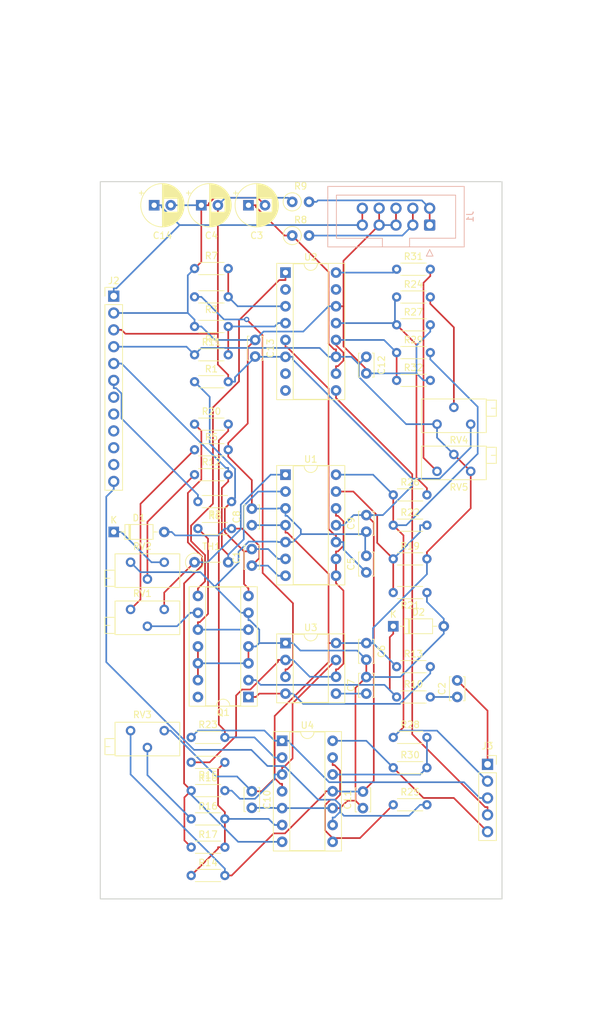
<source format=kicad_pcb>
(kicad_pcb (version 20171130) (host pcbnew 5.1.10)
  (title_block (title "(title)") (comment 1 "PCB for panel") (comment 2 "(description)") (comment 4 "License CC BY 4.0 - Attribution 4.0 International"))
  (layers (0 F.Cu signal) (31 B.Cu signal) (34 B.Paste user) (35 F.Paste user) (36 B.SilkS user) (37 F.SilkS user) (38 B.Mask user) (39 F.Mask user) (44 Edge.Cuts user))
  (net 0 "")
  (net 1 "Net-(C1-Pad2)")
  (net 2 "Net-(C1-Pad1)")
  (net 3 /sync)
  (net 4 "Net-(C2-Pad1)")
  (net 5 GND)
  (net 6 +15V)
  (net 7 -15V)
  (net 8 "Net-(C5-Pad1)")
  (net 9 "Net-(C7-Pad1)")
  (net 10 "Net-(D1-Pad1)")
  (net 11 "Net-(D2-Pad1)")
  (net 12 +5V)
  (net 13 VP)
  (net 14 VN)
  (net 15 /pwm_cv)
  (net 16 /pulse)
  (net 17 /sine)
  (net 18 /ramp)
  (net 19 /triangle)
  (net 20 /lin_fm)
  (net 21 /exp_fm)
  (net 22 /net_q)
  (net 23 "Net-(R3-Pad1)")
  (net 24 "Net-(R11-Pad2)")
  (net 25 "Net-(R5-Pad1)")
  (net 26 "Net-(R12-Pad1)")
  (net 27 "Net-(R14-Pad1)")
  (net 28 "Net-(R15-Pad2)")
  (net 29 "Net-(R16-Pad1)")
  (net 30 "Net-(R17-Pad1)")
  (net 31 "Net-(R18-Pad2)")
  (net 32 "Net-(R19-Pad1)")
  (net 33 "Net-(R20-Pad2)")
  (net 34 "Net-(R24-Pad2)")
  (net 35 "Net-(R24-Pad1)")
  (net 36 "Net-(R25-Pad1)")
  (net 37 "Net-(R28-Pad2)")
  (net 38 "Net-(R29-Pad1)")
  (net 39 "Net-(R31-Pad2)")
  (net 40 "Net-(R31-Pad1)")
  (net 41 "Net-(RV1-Pad1)")
  (net 42 "Net-(U2-Pad15)")
  (net 43 "Net-(U2-Pad2)")
  (net 44 "Net-(Q1-Pad14)")
  (net 45 "Net-(Q1-Pad10)")
  (net 46 "Net-(Q1-Pad9)")
  (net 47 "Net-(Q1-Pad8)")
  (net 48 "Net-(Q1-Pad1)")
  (net 49 "Net-(J2-Pad11)")
  (net 50 "Net-(J2-Pad10)")
  (net 51 "Net-(J2-Pad9)")
  (net 52 "Net-(J2-Pad8)")
  (net 53 "Net-(J2-Pad7)")
  (module Connector_PinSocket_2.54mm:PinSocket_1x05_P2.54mm_Vertical (layer F.Cu) (at 109.22 138.684)
    (fp_text reference J3 (at 0 -2.77) (layer F.SilkS))
    (fp_text value Conn_01x05_Female)
    (pad 5 thru_hole oval (at 0 10.16) (size 1.7 1.7) (drill 1) (layers *.Cu *.Mask) (net 16 /pulse))
    (pad 4 thru_hole oval (at 0 7.62) (size 1.7 1.7) (drill 1) (layers *.Cu *.Mask) (net 17 /sine))
    (pad 3 thru_hole oval (at 0 5.08) (size 1.7 1.7) (drill 1) (layers *.Cu *.Mask) (net 18 /ramp))
    (pad 2 thru_hole oval (at 0 2.54) (size 1.7 1.7) (drill 1) (layers *.Cu *.Mask) (net 19 /triangle))
    (pad 1 thru_hole rect (at 0 0) (size 1.7 1.7) (drill 1) (layers *.Cu *.Mask) (net 3 /sync))
  )
  (module Package_DIP:DIP-14_W7.62mm_Socket (layer F.Cu) (at 73.152 128.524 180)
    (fp_text reference Q1 (at 3.81 -2.33) (layer F.SilkS))
    (fp_text value THAT340)
    (pad 14 thru_hole oval (at 7.62 0 180) (size 1.6 1.6) (drill 0.8) (layers *.Cu *.Mask) (net 44 "Net-(Q1-Pad14)"))
    (pad 7 thru_hole oval (at 0 15.24 180) (size 1.6 1.6) (drill 0.8) (layers *.Cu *.Mask) (net 1 "Net-(C1-Pad2)"))
    (pad 13 thru_hole oval (at 7.62 2.54 180) (size 1.6 1.6) (drill 0.8) (layers *.Cu *.Mask) (net 5 GND))
    (pad 6 thru_hole oval (at 0 12.7 180) (size 1.6 1.6) (drill 0.8) (layers *.Cu *.Mask) (net 5 GND))
    (pad 12 thru_hole oval (at 7.62 5.08 180) (size 1.6 1.6) (drill 0.8) (layers *.Cu *.Mask) (net 5 GND))
    (pad 5 thru_hole oval (at 0 10.16 180) (size 1.6 1.6) (drill 0.8) (layers *.Cu *.Mask) (net 45 "Net-(Q1-Pad10)"))
    (pad 11 thru_hole oval (at 7.62 7.62 180) (size 1.6 1.6) (drill 0.8) (layers *.Cu *.Mask) (net 5 GND))
    (pad 4 thru_hole oval (at 0 7.62 180) (size 1.6 1.6) (drill 0.8) (layers *.Cu *.Mask) (net 5 GND))
    (pad 10 thru_hole oval (at 7.62 10.16 180) (size 1.6 1.6) (drill 0.8) (layers *.Cu *.Mask) (net 45 "Net-(Q1-Pad10)"))
    (pad 3 thru_hole oval (at 0 5.08 180) (size 1.6 1.6) (drill 0.8) (layers *.Cu *.Mask) (net 5 GND))
    (pad 9 thru_hole oval (at 7.62 12.7 180) (size 1.6 1.6) (drill 0.8) (layers *.Cu *.Mask) (net 46 "Net-(Q1-Pad9)"))
    (pad 2 thru_hole oval (at 0 2.54 180) (size 1.6 1.6) (drill 0.8) (layers *.Cu *.Mask) (net 11 "Net-(D2-Pad1)"))
    (pad 8 thru_hole oval (at 7.62 15.24 180) (size 1.6 1.6) (drill 0.8) (layers *.Cu *.Mask) (net 47 "Net-(Q1-Pad8)"))
    (pad 1 thru_hole rect (at 0 0 180) (size 1.6 1.6) (drill 0.8) (layers *.Cu *.Mask) (net 48 "Net-(Q1-Pad1)"))
  )
  (module Capacitor_THT:CP_Radial_D6.3mm_P2.50mm (layer F.Cu) (at 58.928 54.356)
    (fp_text reference C14 (at 1.25 4.572) (layer F.SilkS))
    (fp_text value 22u)
    (pad 2 thru_hole circle (at 2.5 0) (size 1.6 1.6) (drill 0.8) (layers *.Cu *.Mask) (net 5 GND))
    (pad 1 thru_hole rect (at 0 0) (size 1.6 1.6) (drill 0.8) (layers *.Cu *.Mask) (net 12 +5V))
  )
  (module Resistor_THT:R_Axial_DIN0204_L3.6mm_D1.6mm_P5.08mm_Horizontal (layer F.Cu) (at 95.504 80.772)
    (fp_text reference R32 (at 2.54 -1.92) (layer F.SilkS))
    (fp_text value 300k)
    (pad 2 thru_hole oval (at 5.08 0) (size 1.4 1.4) (drill 0.7) (layers *.Cu *.Mask) (net 5 GND))
    (pad 1 thru_hole circle (at 0 0) (size 1.4 1.4) (drill 0.7) (layers *.Cu *.Mask) (net 38 "Net-(R29-Pad1)"))
  )
  (module Resistor_THT:R_Axial_DIN0204_L3.6mm_D1.6mm_P5.08mm_Horizontal (layer F.Cu) (at 95.504 64.008)
    (fp_text reference R31 (at 2.54 -1.92) (layer F.SilkS))
    (fp_text value 39k)
    (pad 2 thru_hole oval (at 5.08 0) (size 1.4 1.4) (drill 0.7) (layers *.Cu *.Mask) (net 39 "Net-(R31-Pad2)"))
    (pad 1 thru_hole circle (at 0 0) (size 1.4 1.4) (drill 0.7) (layers *.Cu *.Mask) (net 40 "Net-(R31-Pad1)"))
  )
  (module Resistor_THT:R_Axial_DIN0204_L3.6mm_D1.6mm_P5.08mm_Horizontal (layer F.Cu) (at 94.996 139.192)
    (fp_text reference R30 (at 2.54 -1.92) (layer F.SilkS))
    (fp_text value 2M2)
    (pad 2 thru_hole oval (at 5.08 0) (size 1.4 1.4) (drill 0.7) (layers *.Cu *.Mask) (net 37 "Net-(R28-Pad2)"))
    (pad 1 thru_hole circle (at 0 0) (size 1.4 1.4) (drill 0.7) (layers *.Cu *.Mask) (net 16 /pulse))
  )
  (module Resistor_THT:R_Axial_DIN0204_L3.6mm_D1.6mm_P5.08mm_Horizontal (layer F.Cu) (at 95.504 76.581)
    (fp_text reference R29 (at 2.54 -1.92) (layer F.SilkS))
    (fp_text value 39k)
    (pad 2 thru_hole oval (at 5.08 0) (size 1.4 1.4) (drill 0.7) (layers *.Cu *.Mask) (net 19 /triangle))
    (pad 1 thru_hole circle (at 0 0) (size 1.4 1.4) (drill 0.7) (layers *.Cu *.Mask) (net 38 "Net-(R29-Pad1)"))
  )
  (module Resistor_THT:R_Axial_DIN0204_L3.6mm_D1.6mm_P5.08mm_Horizontal (layer F.Cu) (at 94.996 134.62)
    (fp_text reference R28 (at 2.54 -1.92) (layer F.SilkS))
    (fp_text value 2k2)
    (pad 2 thru_hole oval (at 5.08 0) (size 1.4 1.4) (drill 0.7) (layers *.Cu *.Mask) (net 37 "Net-(R28-Pad2)"))
    (pad 1 thru_hole circle (at 0 0) (size 1.4 1.4) (drill 0.7) (layers *.Cu *.Mask) (net 19 /triangle))
  )
  (module Resistor_THT:R_Axial_DIN0204_L3.6mm_D1.6mm_P5.08mm_Horizontal (layer F.Cu) (at 95.504 72.39)
    (fp_text reference R27 (at 2.54 -1.92) (layer F.SilkS))
    (fp_text value 390)
    (pad 2 thru_hole oval (at 5.08 0) (size 1.4 1.4) (drill 0.7) (layers *.Cu *.Mask) (net 5 GND))
    (pad 1 thru_hole circle (at 0 0) (size 1.4 1.4) (drill 0.7) (layers *.Cu *.Mask) (net 35 "Net-(R24-Pad1)"))
  )
  (module Resistor_THT:R_Axial_DIN0204_L3.6mm_D1.6mm_P5.08mm_Horizontal (layer F.Cu) (at 94.996 98.044)
    (fp_text reference R26 (at 2.54 -1.92) (layer F.SilkS))
    (fp_text value 100k)
    (pad 2 thru_hole oval (at 5.08 0) (size 1.4 1.4) (drill 0.7) (layers *.Cu *.Mask) (net 35 "Net-(R24-Pad1)"))
    (pad 1 thru_hole circle (at 0 0) (size 1.4 1.4) (drill 0.7) (layers *.Cu *.Mask) (net 19 /triangle))
  )
  (module Resistor_THT:R_Axial_DIN0204_L3.6mm_D1.6mm_P5.08mm_Horizontal (layer F.Cu) (at 94.996 144.78)
    (fp_text reference R25 (at 2.54 -1.92) (layer F.SilkS))
    (fp_text value 120k)
    (pad 2 thru_hole oval (at 5.08 0) (size 1.4 1.4) (drill 0.7) (layers *.Cu *.Mask) (net 15 /pwm_cv))
    (pad 1 thru_hole circle (at 0 0) (size 1.4 1.4) (drill 0.7) (layers *.Cu *.Mask) (net 36 "Net-(R25-Pad1)"))
  )
  (module Resistor_THT:R_Axial_DIN0204_L3.6mm_D1.6mm_P5.08mm_Horizontal (layer F.Cu) (at 95.504 68.199)
    (fp_text reference R24 (at 2.54 -1.92) (layer F.SilkS))
    (fp_text value 1M)
    (pad 2 thru_hole oval (at 5.08 0) (size 1.4 1.4) (drill 0.7) (layers *.Cu *.Mask) (net 34 "Net-(R24-Pad2)"))
    (pad 1 thru_hole circle (at 0 0) (size 1.4 1.4) (drill 0.7) (layers *.Cu *.Mask) (net 35 "Net-(R24-Pad1)"))
  )
  (module Resistor_THT:R_Axial_DIN0204_L3.6mm_D1.6mm_P5.08mm_Horizontal (layer F.Cu) (at 64.516 134.62)
    (fp_text reference R23 (at 2.54 -1.92) (layer F.SilkS))
    (fp_text value 10k)
    (pad 2 thru_hole oval (at 5.08 0) (size 1.4 1.4) (drill 0.7) (layers *.Cu *.Mask) (net 33 "Net-(R20-Pad2)"))
    (pad 1 thru_hole circle (at 0 0) (size 1.4 1.4) (drill 0.7) (layers *.Cu *.Mask) (net 18 /ramp))
  )
  (module Resistor_THT:R_Axial_DIN0204_L3.6mm_D1.6mm_P5.08mm_Horizontal (layer F.Cu) (at 94.996 102.616)
    (fp_text reference R22 (at 2.54 -1.92) (layer F.SilkS))
    (fp_text value 20k)
    (pad 2 thru_hole oval (at 5.08 0) (size 1.4 1.4) (drill 0.7) (layers *.Cu *.Mask) (net 32 "Net-(R19-Pad1)"))
    (pad 1 thru_hole circle (at 0 0) (size 1.4 1.4) (drill 0.7) (layers *.Cu *.Mask) (net 19 /triangle))
  )
  (module Resistor_THT:R_Axial_DIN0204_L3.6mm_D1.6mm_P5.08mm_Horizontal (layer F.Cu) (at 100.076 112.776 180)
    (fp_text reference R21 (at 2.54 -1.92) (layer F.SilkS))
    (fp_text value 20k)
    (pad 2 thru_hole oval (at 5.08 0 180) (size 1.4 1.4) (drill 0.7) (layers *.Cu *.Mask) (net 32 "Net-(R19-Pad1)"))
    (pad 1 thru_hole circle (at 0 0 180) (size 1.4 1.4) (drill 0.7) (layers *.Cu *.Mask) (net 5 GND))
  )
  (module Resistor_THT:R_Axial_DIN0204_L3.6mm_D1.6mm_P5.08mm_Horizontal (layer F.Cu) (at 65.024 87.376)
    (fp_text reference R20 (at 2.54 -1.92) (layer F.SilkS))
    (fp_text value 10k)
    (pad 2 thru_hole oval (at 5.08 0) (size 1.4 1.4) (drill 0.7) (layers *.Cu *.Mask) (net 33 "Net-(R20-Pad2)"))
    (pad 1 thru_hole circle (at 0 0) (size 1.4 1.4) (drill 0.7) (layers *.Cu *.Mask) (net 30 "Net-(R17-Pad1)"))
  )
  (module Resistor_THT:R_Axial_DIN0204_L3.6mm_D1.6mm_P5.08mm_Horizontal (layer F.Cu) (at 94.996 107.696)
    (fp_text reference R19 (at 2.54 -1.92) (layer F.SilkS))
    (fp_text value 10k)
    (pad 2 thru_hole oval (at 5.08 0) (size 1.4 1.4) (drill 0.7) (layers *.Cu *.Mask) (net 6 +15V))
    (pad 1 thru_hole circle (at 0 0) (size 1.4 1.4) (drill 0.7) (layers *.Cu *.Mask) (net 32 "Net-(R19-Pad1)"))
  )
  (module Resistor_THT:R_Axial_DIN0204_L3.6mm_D1.6mm_P5.08mm_Horizontal (layer F.Cu) (at 64.516 142.646)
    (fp_text reference R18 (at 2.54 -1.92) (layer F.SilkS))
    (fp_text value 10k)
    (pad 2 thru_hole oval (at 5.08 0) (size 1.4 1.4) (drill 0.7) (layers *.Cu *.Mask) (net 31 "Net-(R18-Pad2)"))
    (pad 1 thru_hole circle (at 0 0) (size 1.4 1.4) (drill 0.7) (layers *.Cu *.Mask) (net 30 "Net-(R17-Pad1)"))
  )
  (module Resistor_THT:R_Axial_DIN0204_L3.6mm_D1.6mm_P5.08mm_Horizontal (layer F.Cu) (at 64.516 151.181)
    (fp_text reference R17 (at 2.54 -1.92) (layer F.SilkS))
    (fp_text value 100k)
    (pad 2 thru_hole oval (at 5.08 0) (size 1.4 1.4) (drill 0.7) (layers *.Cu *.Mask) (net 27 "Net-(R14-Pad1)"))
    (pad 1 thru_hole circle (at 0 0) (size 1.4 1.4) (drill 0.7) (layers *.Cu *.Mask) (net 30 "Net-(R17-Pad1)"))
  )
  (module Resistor_THT:R_Axial_DIN0204_L3.6mm_D1.6mm_P5.08mm_Horizontal (layer F.Cu) (at 64.516 146.914)
    (fp_text reference R16 (at 2.54 -1.92) (layer F.SilkS))
    (fp_text value 1M)
    (pad 2 thru_hole oval (at 5.08 0) (size 1.4 1.4) (drill 0.7) (layers *.Cu *.Mask) (net 27 "Net-(R14-Pad1)"))
    (pad 1 thru_hole circle (at 0 0) (size 1.4 1.4) (drill 0.7) (layers *.Cu *.Mask) (net 29 "Net-(R16-Pad1)"))
  )
  (module Resistor_THT:R_Axial_DIN0204_L3.6mm_D1.6mm_P5.08mm_Horizontal (layer F.Cu) (at 69.596 138.379 180)
    (fp_text reference R15 (at 2.54 -1.92) (layer F.SilkS))
    (fp_text value 100k)
    (pad 2 thru_hole oval (at 5.08 0 180) (size 1.4 1.4) (drill 0.7) (layers *.Cu *.Mask) (net 28 "Net-(R15-Pad2)"))
    (pad 1 thru_hole circle (at 0 0 180) (size 1.4 1.4) (drill 0.7) (layers *.Cu *.Mask) (net 27 "Net-(R14-Pad1)"))
  )
  (module Resistor_THT:R_Axial_DIN0204_L3.6mm_D1.6mm_P5.08mm_Horizontal (layer F.Cu) (at 64.516 155.448)
    (fp_text reference R14 (at 2.54 -1.92) (layer F.SilkS))
    (fp_text value 150k)
    (pad 2 thru_hole oval (at 5.08 0) (size 1.4 1.4) (drill 0.7) (layers *.Cu *.Mask) (net 7 -15V))
    (pad 1 thru_hole circle (at 0 0) (size 1.4 1.4) (drill 0.7) (layers *.Cu *.Mask) (net 27 "Net-(R14-Pad1)"))
  )
  (module Resistor_THT:R_Axial_DIN0204_L3.6mm_D1.6mm_P5.08mm_Horizontal (layer F.Cu) (at 95.504 123.952)
    (fp_text reference R13 (at 2.54 -1.92) (layer F.SilkS))
    (fp_text value 4k7)
    (pad 2 thru_hole oval (at 5.08 0) (size 1.4 1.4) (drill 0.7) (layers *.Cu *.Mask) (net 48 "Net-(Q1-Pad1)"))
    (pad 1 thru_hole circle (at 0 0) (size 1.4 1.4) (drill 0.7) (layers *.Cu *.Mask) (net 6 +15V))
  )
  (module Resistor_THT:R_Axial_DIN0204_L3.6mm_D1.6mm_P5.08mm_Horizontal (layer F.Cu) (at 65.024 94.996)
    (fp_text reference R12 (at 2.54 -1.92) (layer F.SilkS))
    (fp_text value 1M)
    (pad 2 thru_hole oval (at 5.08 0) (size 1.4 1.4) (drill 0.7) (layers *.Cu *.Mask) (net 21 /exp_fm))
    (pad 1 thru_hole circle (at 0 0) (size 1.4 1.4) (drill 0.7) (layers *.Cu *.Mask) (net 26 "Net-(R12-Pad1)"))
  )
  (module Resistor_THT:R_Axial_DIN0204_L3.6mm_D1.6mm_P5.08mm_Horizontal (layer F.Cu) (at 65.024 76.9112)
    (fp_text reference R11 (at 2.54 -1.92) (layer F.SilkS))
    (fp_text value 10k)
    (pad 2 thru_hole oval (at 5.08 0) (size 1.4 1.4) (drill 0.7) (layers *.Cu *.Mask) (net 24 "Net-(R11-Pad2)"))
    (pad 1 thru_hole circle (at 0 0) (size 1.4 1.4) (drill 0.7) (layers *.Cu *.Mask) (net 6 +15V))
  )
  (module Resistor_THT:R_Axial_DIN0204_L3.6mm_D1.6mm_P5.08mm_Horizontal (layer F.Cu) (at 95.504 128.524)
    (fp_text reference R10 (at 2.54 -1.92) (layer F.SilkS))
    (fp_text value 100k)
    (pad 2 thru_hole oval (at 5.08 0) (size 1.4 1.4) (drill 0.7) (layers *.Cu *.Mask) (net 4 "Net-(C2-Pad1)"))
    (pad 1 thru_hole circle (at 0 0) (size 1.4 1.4) (drill 0.7) (layers *.Cu *.Mask) (net 11 "Net-(D2-Pad1)"))
  )
  (module Resistor_THT:R_Axial_DIN0207_L6.3mm_D2.5mm_P2.54mm_Vertical (layer F.Cu) (at 79.756 53.848)
    (fp_text reference R9 (at 1.27 -2.37) (layer F.SilkS))
    (fp_text value 10)
    (pad 2 thru_hole oval (at 2.54 0) (size 1.6 1.6) (drill 0.8) (layers *.Cu *.Mask) (net 14 VN))
    (pad 1 thru_hole circle (at 0 0) (size 1.6 1.6) (drill 0.8) (layers *.Cu *.Mask) (net 7 -15V))
  )
  (module Resistor_THT:R_Axial_DIN0207_L6.3mm_D2.5mm_P2.54mm_Vertical (layer F.Cu) (at 79.756 58.928)
    (fp_text reference R8 (at 1.27 -2.37) (layer F.SilkS))
    (fp_text value 10)
    (pad 2 thru_hole oval (at 2.54 0) (size 1.6 1.6) (drill 0.8) (layers *.Cu *.Mask) (net 13 VP))
    (pad 1 thru_hole circle (at 0 0) (size 1.6 1.6) (drill 0.8) (layers *.Cu *.Mask) (net 6 +15V))
  )
  (module Resistor_THT:R_Axial_DIN0204_L3.6mm_D1.6mm_P5.08mm_Horizontal (layer F.Cu) (at 65.024 63.9064)
    (fp_text reference R7 (at 2.54 -1.92) (layer F.SilkS))
    (fp_text value 1k5)
    (pad 2 thru_hole oval (at 5.08 0) (size 1.4 1.4) (drill 0.7) (layers *.Cu *.Mask) (net 23 "Net-(R3-Pad1)"))
    (pad 1 thru_hole circle (at 0 0) (size 1.4 1.4) (drill 0.7) (layers *.Cu *.Mask) (net 5 GND))
  )
  (module Resistor_THT:R_Axial_DIN0204_L3.6mm_D1.6mm_P5.08mm_Horizontal (layer F.Cu) (at 65.532 103.124)
    (fp_text reference R6 (at 2.54 -1.92) (layer F.SilkS))
    (fp_text value 22k)
    (pad 2 thru_hole oval (at 5.08 0) (size 1.4 1.4) (drill 0.7) (layers *.Cu *.Mask) (net 2 "Net-(C1-Pad1)"))
    (pad 1 thru_hole circle (at 0 0) (size 1.4 1.4) (drill 0.7) (layers *.Cu *.Mask) (net 45 "Net-(Q1-Pad10)"))
  )
  (module Resistor_THT:R_Axial_DIN0204_L3.6mm_D1.6mm_P5.08mm_Horizontal (layer F.Cu) (at 65.024 91.237)
    (fp_text reference R5 (at 2.54 -1.92) (layer F.SilkS))
    (fp_text value 390)
    (pad 2 thru_hole oval (at 5.08 0) (size 1.4 1.4) (drill 0.7) (layers *.Cu *.Mask) (net 5 GND))
    (pad 1 thru_hole circle (at 0 0) (size 1.4 1.4) (drill 0.7) (layers *.Cu *.Mask) (net 25 "Net-(R5-Pad1)"))
  )
  (module Resistor_THT:R_Axial_DIN0204_L3.6mm_D1.6mm_P5.08mm_Horizontal (layer F.Cu) (at 70.104 72.644 180)
    (fp_text reference R4 (at 2.54 -1.92) (layer F.SilkS))
    (fp_text value 1k5)
    (pad 2 thru_hole oval (at 5.08 0 180) (size 1.4 1.4) (drill 0.7) (layers *.Cu *.Mask) (net 5 GND))
    (pad 1 thru_hole circle (at 0 0 180) (size 1.4 1.4) (drill 0.7) (layers *.Cu *.Mask) (net 24 "Net-(R11-Pad2)"))
  )
  (module Resistor_THT:R_Axial_DIN0204_L3.6mm_D1.6mm_P5.08mm_Horizontal (layer F.Cu) (at 70.104 68.1736 180)
    (fp_text reference R3 (at 2.54 -1.92) (layer F.SilkS))
    (fp_text value 4k7)
    (pad 2 thru_hole oval (at 5.08 0 180) (size 1.4 1.4) (drill 0.7) (layers *.Cu *.Mask) (net 22 /net_q))
    (pad 1 thru_hole circle (at 0 0 180) (size 1.4 1.4) (drill 0.7) (layers *.Cu *.Mask) (net 23 "Net-(R3-Pad1)"))
  )
  (module Resistor_THT:R_Axial_DIN0204_L3.6mm_D1.6mm_P5.08mm_Horizontal (layer F.Cu) (at 70.612 99.06 180)
    (fp_text reference R2 (at 2.54 -1.92) (layer F.SilkS))
    (fp_text value 1M)
    (pad 2 thru_hole oval (at 5.08 0 180) (size 1.4 1.4) (drill 0.7) (layers *.Cu *.Mask) (net 20 /lin_fm))
    (pad 1 thru_hole circle (at 0 0 180) (size 1.4 1.4) (drill 0.7) (layers *.Cu *.Mask) (net 1 "Net-(C1-Pad2)"))
  )
  (module Resistor_THT:R_Axial_DIN0204_L3.6mm_D1.6mm_P5.08mm_Horizontal (layer F.Cu) (at 65.024 80.975)
    (fp_text reference R1 (at 2.54 -1.92) (layer F.SilkS))
    (fp_text value 1M5)
    (pad 2 thru_hole oval (at 5.08 0) (size 1.4 1.4) (drill 0.7) (layers *.Cu *.Mask) (net 7 -15V))
    (pad 1 thru_hole circle (at 0 0) (size 1.4 1.4) (drill 0.7) (layers *.Cu *.Mask) (net 1 "Net-(C1-Pad2)"))
  )
  (module Package_DIP:DIP-14_W7.62mm_Socket (layer F.Cu) (at 78.232 135.128)
    (fp_text reference U4 (at 3.81 -2.33) (layer F.SilkS))
    (fp_text value TL074)
    (pad 14 thru_hole oval (at 7.62 0) (size 1.6 1.6) (drill 0.8) (layers *.Cu *.Mask) (net 16 /pulse))
    (pad 7 thru_hole oval (at 0 15.24) (size 1.6 1.6) (drill 0.8) (layers *.Cu *.Mask) (net 30 "Net-(R17-Pad1)"))
    (pad 13 thru_hole oval (at 7.62 2.54) (size 1.6 1.6) (drill 0.8) (layers *.Cu *.Mask) (net 36 "Net-(R25-Pad1)"))
    (pad 6 thru_hole oval (at 0 12.7) (size 1.6 1.6) (drill 0.8) (layers *.Cu *.Mask) (net 27 "Net-(R14-Pad1)"))
    (pad 12 thru_hole oval (at 7.62 5.08) (size 1.6 1.6) (drill 0.8) (layers *.Cu *.Mask) (net 37 "Net-(R28-Pad2)"))
    (pad 5 thru_hole oval (at 0 10.16) (size 1.6 1.6) (drill 0.8) (layers *.Cu *.Mask) (net 5 GND))
    (pad 11 thru_hole oval (at 7.62 7.62) (size 1.6 1.6) (drill 0.8) (layers *.Cu *.Mask) (net 7 -15V))
    (pad 4 thru_hole oval (at 0 7.62) (size 1.6 1.6) (drill 0.8) (layers *.Cu *.Mask) (net 6 +15V))
    (pad 10 thru_hole oval (at 7.62 10.16) (size 1.6 1.6) (drill 0.8) (layers *.Cu *.Mask) (net 5 GND))
    (pad 3 thru_hole oval (at 0 5.08) (size 1.6 1.6) (drill 0.8) (layers *.Cu *.Mask) (net 31 "Net-(R18-Pad2)"))
    (pad 9 thru_hole oval (at 7.62 12.7) (size 1.6 1.6) (drill 0.8) (layers *.Cu *.Mask) (net 15 /pwm_cv))
    (pad 2 thru_hole oval (at 0 2.54) (size 1.6 1.6) (drill 0.8) (layers *.Cu *.Mask) (net 33 "Net-(R20-Pad2)"))
    (pad 8 thru_hole oval (at 7.62 15.24) (size 1.6 1.6) (drill 0.8) (layers *.Cu *.Mask) (net 36 "Net-(R25-Pad1)"))
    (pad 1 thru_hole rect (at 0 0) (size 1.6 1.6) (drill 0.8) (layers *.Cu *.Mask) (net 18 /ramp))
  )
  (module Package_DIP:DIP-8_W7.62mm_Socket (layer F.Cu) (at 78.74 120.396)
    (fp_text reference U3 (at 3.81 -2.33) (layer F.SilkS))
    (fp_text value TLC555xP)
    (pad 8 thru_hole oval (at 7.62 0) (size 1.6 1.6) (drill 0.8) (layers *.Cu *.Mask) (net 6 +15V))
    (pad 4 thru_hole oval (at 0 7.62) (size 1.6 1.6) (drill 0.8) (layers *.Cu *.Mask) (net 48 "Net-(Q1-Pad1)"))
    (pad 7 thru_hole oval (at 7.62 2.54) (size 1.6 1.6) (drill 0.8) (layers *.Cu *.Mask) (net 31 "Net-(R18-Pad2)"))
    (pad 3 thru_hole oval (at 0 5.08) (size 1.6 1.6) (drill 0.8) (layers *.Cu *.Mask) (net 22 /net_q))
    (pad 6 thru_hole oval (at 7.62 5.08) (size 1.6 1.6) (drill 0.8) (layers *.Cu *.Mask) (net 28 "Net-(R15-Pad2)"))
    (pad 2 thru_hole oval (at 0 2.54) (size 1.6 1.6) (drill 0.8) (layers *.Cu *.Mask) (net 28 "Net-(R15-Pad2)"))
    (pad 5 thru_hole oval (at 7.62 7.62) (size 1.6 1.6) (drill 0.8) (layers *.Cu *.Mask) (net 9 "Net-(C7-Pad1)"))
    (pad 1 thru_hole rect (at 0 0) (size 1.6 1.6) (drill 0.8) (layers *.Cu *.Mask) (net 5 GND))
  )
  (module Package_DIP:DIP-16_W7.62mm_Socket (layer F.Cu) (at 78.74 64.516)
    (fp_text reference U2 (at 3.81 -2.33) (layer F.SilkS))
    (fp_text value LM13700)
    (pad 16 thru_hole oval (at 7.62 0) (size 1.6 1.6) (drill 0.8) (layers *.Cu *.Mask) (net 40 "Net-(R31-Pad1)"))
    (pad 8 thru_hole oval (at 0 17.78) (size 1.6 1.6) (drill 0.8) (layers *.Cu *.Mask))
    (pad 15 thru_hole oval (at 7.62 2.54) (size 1.6 1.6) (drill 0.8) (layers *.Cu *.Mask) (net 42 "Net-(U2-Pad15)"))
    (pad 7 thru_hole oval (at 0 15.24) (size 1.6 1.6) (drill 0.8) (layers *.Cu *.Mask))
    (pad 14 thru_hole oval (at 7.62 5.08) (size 1.6 1.6) (drill 0.8) (layers *.Cu *.Mask) (net 5 GND))
    (pad 6 thru_hole oval (at 0 12.7) (size 1.6 1.6) (drill 0.8) (layers *.Cu *.Mask) (net 7 -15V))
    (pad 13 thru_hole oval (at 7.62 7.62) (size 1.6 1.6) (drill 0.8) (layers *.Cu *.Mask) (net 35 "Net-(R24-Pad1)"))
    (pad 5 thru_hole oval (at 0 10.16) (size 1.6 1.6) (drill 0.8) (layers *.Cu *.Mask) (net 8 "Net-(C5-Pad1)"))
    (pad 12 thru_hole oval (at 7.62 10.16) (size 1.6 1.6) (drill 0.8) (layers *.Cu *.Mask) (net 38 "Net-(R29-Pad1)"))
    (pad 4 thru_hole oval (at 0 7.62) (size 1.6 1.6) (drill 0.8) (layers *.Cu *.Mask) (net 24 "Net-(R11-Pad2)"))
    (pad 11 thru_hole oval (at 7.62 12.7) (size 1.6 1.6) (drill 0.8) (layers *.Cu *.Mask) (net 6 +15V))
    (pad 3 thru_hole oval (at 0 5.08) (size 1.6 1.6) (drill 0.8) (layers *.Cu *.Mask) (net 23 "Net-(R3-Pad1)"))
    (pad 10 thru_hole oval (at 7.62 15.24) (size 1.6 1.6) (drill 0.8) (layers *.Cu *.Mask) (net 38 "Net-(R29-Pad1)"))
    (pad 2 thru_hole oval (at 0 2.54) (size 1.6 1.6) (drill 0.8) (layers *.Cu *.Mask) (net 43 "Net-(U2-Pad2)"))
    (pad 9 thru_hole oval (at 7.62 17.78) (size 1.6 1.6) (drill 0.8) (layers *.Cu *.Mask) (net 17 /sine))
    (pad 1 thru_hole rect (at 0 0) (size 1.6 1.6) (drill 0.8) (layers *.Cu *.Mask) (net 47 "Net-(Q1-Pad8)"))
  )
  (module Package_DIP:DIP-14_W7.62mm_Socket (layer F.Cu) (at 78.74 94.996)
    (fp_text reference U1 (at 3.81 -2.33) (layer F.SilkS))
    (fp_text value TL074)
    (pad 14 thru_hole oval (at 7.62 0) (size 1.6 1.6) (drill 0.8) (layers *.Cu *.Mask) (net 19 /triangle))
    (pad 7 thru_hole oval (at 0 15.24) (size 1.6 1.6) (drill 0.8) (layers *.Cu *.Mask) (net 2 "Net-(C1-Pad1)"))
    (pad 13 thru_hole oval (at 7.62 2.54) (size 1.6 1.6) (drill 0.8) (layers *.Cu *.Mask) (net 32 "Net-(R19-Pad1)"))
    (pad 6 thru_hole oval (at 0 12.7) (size 1.6 1.6) (drill 0.8) (layers *.Cu *.Mask) (net 1 "Net-(C1-Pad2)"))
    (pad 12 thru_hole oval (at 7.62 5.08) (size 1.6 1.6) (drill 0.8) (layers *.Cu *.Mask) (net 28 "Net-(R15-Pad2)"))
    (pad 5 thru_hole oval (at 0 10.16) (size 1.6 1.6) (drill 0.8) (layers *.Cu *.Mask) (net 5 GND))
    (pad 11 thru_hole oval (at 7.62 7.62) (size 1.6 1.6) (drill 0.8) (layers *.Cu *.Mask) (net 7 -15V))
    (pad 4 thru_hole oval (at 0 7.62) (size 1.6 1.6) (drill 0.8) (layers *.Cu *.Mask) (net 6 +15V))
    (pad 10 thru_hole oval (at 7.62 10.16) (size 1.6 1.6) (drill 0.8) (layers *.Cu *.Mask) (net 8 "Net-(C5-Pad1)"))
    (pad 3 thru_hole oval (at 0 5.08) (size 1.6 1.6) (drill 0.8) (layers *.Cu *.Mask) (net 5 GND))
    (pad 9 thru_hole oval (at 7.62 12.7) (size 1.6 1.6) (drill 0.8) (layers *.Cu *.Mask) (net 28 "Net-(R15-Pad2)"))
    (pad 2 thru_hole oval (at 0 2.54) (size 1.6 1.6) (drill 0.8) (layers *.Cu *.Mask) (net 21 /exp_fm))
    (pad 8 thru_hole oval (at 7.62 15.24) (size 1.6 1.6) (drill 0.8) (layers *.Cu *.Mask) (net 28 "Net-(R15-Pad2)"))
    (pad 1 thru_hole rect (at 0 0) (size 1.6 1.6) (drill 0.8) (layers *.Cu *.Mask) (net 41 "Net-(RV1-Pad1)"))
  )
  (module Resistor_THT:R_Axial_DIN0207_L6.3mm_D2.5mm_P5.08mm_Vertical (layer F.Cu) (at 65.024 108.204)
    (fp_text reference TH1 (at 2.54 -2.37) (layer F.SilkS))
    (fp_text value "2k +3500ppm/°C")
    (pad 2 thru_hole oval (at 5.08 0) (size 1.6 1.6) (drill 0.8) (layers *.Cu *.Mask) (net 21 /exp_fm))
    (pad 1 thru_hole circle (at 0 0) (size 1.6 1.6) (drill 0.8) (layers *.Cu *.Mask) (net 41 "Net-(RV1-Pad1)"))
  )
  (module Potentiometer_THT:Potentiometer_Bourns_3296Z_Horizontal (layer F.Cu) (at 101.6 94.488 180)
    (fp_text reference RV5 (at -3.3 -2.4) (layer F.SilkS))
    (fp_text value 25k)
    (pad 3 thru_hole circle (at -5.08 0 180) (size 1.44 1.44) (drill 0.8) (layers *.Cu *.Mask) (net 6 +15V))
    (pad 2 thru_hole circle (at -2.54 2.54 180) (size 1.44 1.44) (drill 0.8) (layers *.Cu *.Mask) (net 6 +15V))
    (pad 1 thru_hole circle (at 0 0 180) (size 1.44 1.44) (drill 0.8) (layers *.Cu *.Mask) (net 39 "Net-(R31-Pad2)"))
  )
  (module Potentiometer_THT:Potentiometer_Bourns_3296Z_Horizontal (layer F.Cu) (at 101.6 87.376 180)
    (fp_text reference RV4 (at -3.3 -2.4) (layer F.SilkS))
    (fp_text value 100k)
    (pad 3 thru_hole circle (at -5.08 0 180) (size 1.44 1.44) (drill 0.8) (layers *.Cu *.Mask) (net 7 -15V))
    (pad 2 thru_hole circle (at -2.54 2.54 180) (size 1.44 1.44) (drill 0.8) (layers *.Cu *.Mask) (net 34 "Net-(R24-Pad2)"))
    (pad 1 thru_hole circle (at 0 0 180) (size 1.44 1.44) (drill 0.8) (layers *.Cu *.Mask) (net 6 +15V))
  )
  (module Potentiometer_THT:Potentiometer_Bourns_3296Z_Horizontal (layer F.Cu) (at 60.452 133.604)
    (fp_text reference RV3 (at -3.3 -2.4) (layer F.SilkS))
    (fp_text value 100k)
    (pad 3 thru_hole circle (at -5.08 0) (size 1.44 1.44) (drill 0.8) (layers *.Cu *.Mask) (net 7 -15V))
    (pad 2 thru_hole circle (at -2.54 2.54) (size 1.44 1.44) (drill 0.8) (layers *.Cu *.Mask) (net 29 "Net-(R16-Pad1)"))
    (pad 1 thru_hole circle (at 0 0) (size 1.44 1.44) (drill 0.8) (layers *.Cu *.Mask) (net 6 +15V))
  )
  (module Potentiometer_THT:Potentiometer_Bourns_3296Z_Horizontal (layer F.Cu) (at 60.452 108.204)
    (fp_text reference RV2 (at -3.3 -2.4) (layer F.SilkS))
    (fp_text value 100k)
    (pad 3 thru_hole circle (at -5.08 0) (size 1.44 1.44) (drill 0.8) (layers *.Cu *.Mask) (net 5 GND))
    (pad 2 thru_hole circle (at -2.54 2.54) (size 1.44 1.44) (drill 0.8) (layers *.Cu *.Mask) (net 26 "Net-(R12-Pad1)"))
    (pad 1 thru_hole circle (at 0 0) (size 1.44 1.44) (drill 0.8) (layers *.Cu *.Mask) (net 10 "Net-(D1-Pad1)"))
  )
  (module Potentiometer_THT:Potentiometer_Bourns_3296Z_Horizontal (layer F.Cu) (at 60.452 115.316)
    (fp_text reference RV1 (at -3.3 -2.4) (layer F.SilkS))
    (fp_text value 100)
    (pad 3 thru_hole circle (at -5.08 0) (size 1.44 1.44) (drill 0.8) (layers *.Cu *.Mask) (net 25 "Net-(R5-Pad1)"))
    (pad 2 thru_hole circle (at -2.54 2.54) (size 1.44 1.44) (drill 0.8) (layers *.Cu *.Mask) (net 46 "Net-(Q1-Pad9)"))
    (pad 1 thru_hole circle (at 0 0) (size 1.44 1.44) (drill 0.8) (layers *.Cu *.Mask) (net 41 "Net-(RV1-Pad1)"))
  )
  (module Connector_PinHeader_2.54mm:PinHeader_1x12_P2.54mm_Vertical (layer F.Cu) (at 52.832 68.072)
    (fp_text reference J2 (at 0 -2.33) (layer F.SilkS))
    (fp_text value Conn_01x12_Female)
    (pad 12 thru_hole oval (at 0 27.94) (size 1.7 1.7) (drill 1) (layers *.Cu *.Mask) (net 15 /pwm_cv))
    (pad 11 thru_hole oval (at 0 25.4) (size 1.7 1.7) (drill 1) (layers *.Cu *.Mask) (net 49 "Net-(J2-Pad11)"))
    (pad 10 thru_hole oval (at 0 22.86) (size 1.7 1.7) (drill 1) (layers *.Cu *.Mask) (net 50 "Net-(J2-Pad10)"))
    (pad 9 thru_hole oval (at 0 20.32) (size 1.7 1.7) (drill 1) (layers *.Cu *.Mask) (net 51 "Net-(J2-Pad9)"))
    (pad 8 thru_hole oval (at 0 17.78) (size 1.7 1.7) (drill 1) (layers *.Cu *.Mask) (net 52 "Net-(J2-Pad8)"))
    (pad 7 thru_hole oval (at 0 15.24) (size 1.7 1.7) (drill 1) (layers *.Cu *.Mask) (net 53 "Net-(J2-Pad7)"))
    (pad 6 thru_hole oval (at 0 12.7) (size 1.7 1.7) (drill 1) (layers *.Cu *.Mask) (net 20 /lin_fm))
    (pad 5 thru_hole oval (at 0 10.16) (size 1.7 1.7) (drill 1) (layers *.Cu *.Mask) (net 21 /exp_fm))
    (pad 4 thru_hole oval (at 0 7.62) (size 1.7 1.7) (drill 1) (layers *.Cu *.Mask) (net 6 +15V))
    (pad 3 thru_hole oval (at 0 5.08) (size 1.7 1.7) (drill 1) (layers *.Cu *.Mask) (net 7 -15V))
    (pad 2 thru_hole oval (at 0 2.54) (size 1.7 1.7) (drill 1) (layers *.Cu *.Mask) (net 5 GND))
    (pad 1 thru_hole rect (at 0 0) (size 1.7 1.7) (drill 1) (layers *.Cu *.Mask) (net 12 +5V))
  )
  (module Connector_IDC:IDC-Header_2x05_P2.54mm_Vertical (layer B.Cu) (at 100.49 57.35 90)
    (fp_text reference J1 (at 1.27 6.1 270) (layer B.SilkS) (effects (justify mirror)))
    (fp_text value "IDC Header")
    (pad 10 thru_hole circle (at 2.54 -10.16 90) (size 1.7 1.7) (drill 1) (layers *.Cu *.Mask) (net 12 +5V))
    (pad 8 thru_hole circle (at 2.54 -7.62 90) (size 1.7 1.7) (drill 1) (layers *.Cu *.Mask) (net 5 GND))
    (pad 6 thru_hole circle (at 2.54 -5.08 90) (size 1.7 1.7) (drill 1) (layers *.Cu *.Mask) (net 5 GND))
    (pad 4 thru_hole circle (at 2.54 -2.54 90) (size 1.7 1.7) (drill 1) (layers *.Cu *.Mask) (net 13 VP))
    (pad 2 thru_hole circle (at 2.54 0 90) (size 1.7 1.7) (drill 1) (layers *.Cu *.Mask) (net 14 VN))
    (pad 9 thru_hole circle (at 0 -10.16 90) (size 1.7 1.7) (drill 1) (layers *.Cu *.Mask) (net 12 +5V))
    (pad 7 thru_hole circle (at 0 -7.62 90) (size 1.7 1.7) (drill 1) (layers *.Cu *.Mask) (net 5 GND))
    (pad 5 thru_hole circle (at 0 -5.08 90) (size 1.7 1.7) (drill 1) (layers *.Cu *.Mask) (net 5 GND))
    (pad 3 thru_hole circle (at 0 -2.54 90) (size 1.7 1.7) (drill 1) (layers *.Cu *.Mask) (net 13 VP))
    (pad 1 thru_hole roundrect (at 0 0 90) (size 1.7 1.7) (drill 1) (layers *.Cu *.Mask) (roundrect_rratio 0.147059) (net 14 VN))
  )
  (module Diode_THT:D_DO-35_SOD27_P7.62mm_Horizontal (layer F.Cu) (at 94.996 117.856)
    (fp_text reference D2 (at 3.81 -2.12) (layer F.SilkS))
    (fp_text value 1N4148)
    (fp_text user K (at 0 -1.8) (layer F.SilkS))
    (pad 2 thru_hole oval (at 7.62 0) (size 1.6 1.6) (drill 0.8) (layers *.Cu *.Mask) (net 5 GND))
    (pad 1 thru_hole rect (at 0 0) (size 1.6 1.6) (drill 0.8) (layers *.Cu *.Mask) (net 11 "Net-(D2-Pad1)"))
  )
  (module Diode_THT:D_DO-35_SOD27_P7.62mm_Horizontal (layer F.Cu) (at 52.832 103.632)
    (fp_text reference D1 (at 3.81 -2.12) (layer F.SilkS))
    (fp_text value 1N4148)
    (fp_text user K (at 0 -1.8) (layer F.SilkS))
    (pad 2 thru_hole oval (at 7.62 0) (size 1.6 1.6) (drill 0.8) (layers *.Cu *.Mask) (net 2 "Net-(C1-Pad1)"))
    (pad 1 thru_hole rect (at 0 0) (size 1.6 1.6) (drill 0.8) (layers *.Cu *.Mask) (net 10 "Net-(D1-Pad1)"))
  )
  (module Capacitor_THT:C_Disc_D3.4mm_W2.1mm_P2.50mm (layer F.Cu) (at 74.168 74.676 270)
    (fp_text reference C13 (at 1.25 -2.3 90) (layer F.SilkS))
    (fp_text value 0.1u)
    (pad 2 thru_hole circle (at 2.5 0 270) (size 1.6 1.6) (drill 0.8) (layers *.Cu *.Mask) (net 7 -15V))
    (pad 1 thru_hole circle (at 0 0 270) (size 1.6 1.6) (drill 0.8) (layers *.Cu *.Mask) (net 5 GND))
  )
  (module Capacitor_THT:C_Disc_D3.4mm_W2.1mm_P2.50mm (layer F.Cu) (at 90.932 77.216 270)
    (fp_text reference C12 (at 1.25 -2.3 90) (layer F.SilkS))
    (fp_text value 0.1u)
    (pad 2 thru_hole circle (at 2.5 0 270) (size 1.6 1.6) (drill 0.8) (layers *.Cu *.Mask) (net 5 GND))
    (pad 1 thru_hole circle (at 0 0 270) (size 1.6 1.6) (drill 0.8) (layers *.Cu *.Mask) (net 6 +15V))
  )
  (module Capacitor_THT:C_Disc_D3.4mm_W2.1mm_P2.50mm (layer F.Cu) (at 90.424 145.288 90)
    (fp_text reference C11 (at 1.25 -2.3 90) (layer F.SilkS))
    (fp_text value 0.1u)
    (pad 2 thru_hole circle (at 2.5 0 90) (size 1.6 1.6) (drill 0.8) (layers *.Cu *.Mask) (net 7 -15V))
    (pad 1 thru_hole circle (at 0 0 90) (size 1.6 1.6) (drill 0.8) (layers *.Cu *.Mask) (net 5 GND))
  )
  (module Capacitor_THT:C_Disc_D3.4mm_W2.1mm_P2.50mm (layer F.Cu) (at 73.66 142.748 270)
    (fp_text reference C10 (at 1.25 -2.3 90) (layer F.SilkS))
    (fp_text value 0.1u)
    (pad 2 thru_hole circle (at 2.5 0 270) (size 1.6 1.6) (drill 0.8) (layers *.Cu *.Mask) (net 5 GND))
    (pad 1 thru_hole circle (at 0 0 270) (size 1.6 1.6) (drill 0.8) (layers *.Cu *.Mask) (net 6 +15V))
  )
  (module Capacitor_THT:C_Disc_D3.4mm_W2.1mm_P2.50mm (layer F.Cu) (at 90.932 103.592 90)
    (fp_text reference C9 (at 1.25 -2.3 90) (layer F.SilkS))
    (fp_text value 0.1u)
    (pad 2 thru_hole circle (at 2.5 0 90) (size 1.6 1.6) (drill 0.8) (layers *.Cu *.Mask) (net 7 -15V))
    (pad 1 thru_hole circle (at 0 0 90) (size 1.6 1.6) (drill 0.8) (layers *.Cu *.Mask) (net 5 GND))
  )
  (module Capacitor_THT:C_Disc_D3.4mm_W2.1mm_P2.50mm (layer F.Cu) (at 73.66 102.616 90)
    (fp_text reference C8 (at 1.25 -2.3 90) (layer F.SilkS))
    (fp_text value 0.1u)
    (pad 2 thru_hole circle (at 2.5 0 90) (size 1.6 1.6) (drill 0.8) (layers *.Cu *.Mask) (net 5 GND))
    (pad 1 thru_hole circle (at 0 0 90) (size 1.6 1.6) (drill 0.8) (layers *.Cu *.Mask) (net 6 +15V))
  )
  (module Capacitor_THT:C_Disc_D3.4mm_W2.1mm_P2.50mm (layer F.Cu) (at 90.932 128.016 90)
    (fp_text reference C7 (at 1.25 -2.3 90) (layer F.SilkS))
    (fp_text value 0.001u)
    (pad 2 thru_hole circle (at 2.5 0 90) (size 1.6 1.6) (drill 0.8) (layers *.Cu *.Mask) (net 5 GND))
    (pad 1 thru_hole circle (at 0 0 90) (size 1.6 1.6) (drill 0.8) (layers *.Cu *.Mask) (net 9 "Net-(C7-Pad1)"))
  )
  (module Capacitor_THT:C_Disc_D3.4mm_W2.1mm_P2.50mm (layer F.Cu) (at 90.932 120.396 270)
    (fp_text reference C6 (at 1.25 -2.3 90) (layer F.SilkS))
    (fp_text value 0.1u)
    (pad 2 thru_hole circle (at 2.5 0 270) (size 1.6 1.6) (drill 0.8) (layers *.Cu *.Mask) (net 5 GND))
    (pad 1 thru_hole circle (at 0 0 270) (size 1.6 1.6) (drill 0.8) (layers *.Cu *.Mask) (net 6 +15V))
  )
  (module Capacitor_THT:C_Disc_D3.4mm_W2.1mm_P2.50mm (layer F.Cu) (at 90.932 109.728 90)
    (fp_text reference C5 (at 1.25 -2.3 90) (layer F.SilkS))
    (fp_text value 2200p)
    (pad 2 thru_hole circle (at 2.5 0 90) (size 1.6 1.6) (drill 0.8) (layers *.Cu *.Mask) (net 5 GND))
    (pad 1 thru_hole circle (at 0 0 90) (size 1.6 1.6) (drill 0.8) (layers *.Cu *.Mask) (net 8 "Net-(C5-Pad1)"))
  )
  (module Capacitor_THT:CP_Radial_D6.3mm_P2.50mm (layer F.Cu) (at 66.04 54.356)
    (fp_text reference C4 (at 1.524 4.572) (layer F.SilkS))
    (fp_text value 22u)
    (pad 2 thru_hole circle (at 2.5 0) (size 1.6 1.6) (drill 0.8) (layers *.Cu *.Mask) (net 7 -15V))
    (pad 1 thru_hole rect (at 0 0) (size 1.6 1.6) (drill 0.8) (layers *.Cu *.Mask) (net 5 GND))
  )
  (module Capacitor_THT:CP_Radial_D6.3mm_P2.50mm (layer F.Cu) (at 73.152 54.356)
    (fp_text reference C3 (at 1.25 4.572) (layer F.SilkS))
    (fp_text value 22u)
    (pad 2 thru_hole circle (at 2.5 0) (size 1.6 1.6) (drill 0.8) (layers *.Cu *.Mask) (net 5 GND))
    (pad 1 thru_hole rect (at 0 0) (size 1.6 1.6) (drill 0.8) (layers *.Cu *.Mask) (net 6 +15V))
  )
  (module Capacitor_THT:C_Disc_D3.4mm_W2.1mm_P2.50mm (layer F.Cu) (at 104.648 128.524 90)
    (fp_text reference C2 (at 1.25 -2.3 90) (layer F.SilkS))
    (fp_text value 470p)
    (pad 2 thru_hole circle (at 2.5 0 90) (size 1.6 1.6) (drill 0.8) (layers *.Cu *.Mask) (net 3 /sync))
    (pad 1 thru_hole circle (at 0 0 90) (size 1.6 1.6) (drill 0.8) (layers *.Cu *.Mask) (net 4 "Net-(C2-Pad1)"))
  )
  (module Capacitor_THT:C_Disc_D3.4mm_W2.1mm_P2.50mm (layer F.Cu) (at 73.66 108.712 90)
    (fp_text reference C1 (at 1.25 -2.3 90) (layer F.SilkS))
    (fp_text value 100p)
    (pad 2 thru_hole circle (at 2.5 0 90) (size 1.6 1.6) (drill 0.8) (layers *.Cu *.Mask) (net 1 "Net-(C1-Pad2)"))
    (pad 1 thru_hole circle (at 0 0 90) (size 1.6 1.6) (drill 0.8) (layers *.Cu *.Mask) (net 2 "Net-(C1-Pad1)"))
  )
  (module MountingHole:MountingHole_2.2mm_M2 (layer F.Cu) (at 108.86 156.44)
    (fp_text reference H4 hide)
    (fp_text value MountingHole hide)
    (pad 1 np_thru_hole circle (at 0 0) (size 2.2 2.2) (drill 2.2) (layers *.Cu *.Mask))
  )
  (module MountingHole:MountingHole_2.2mm_M2 (layer F.Cu) (at 53.34 156.44)
    (fp_text reference H3 hide)
    (fp_text value MountingHole hide)
    (pad 1 np_thru_hole circle (at 0 0) (size 2.2 2.2) (drill 2.2) (layers *.Cu *.Mask))
  )
  (module MountingHole:MountingHole_2.2mm_M2 (layer F.Cu) (at 108.86 53.34)
    (fp_text reference H2 hide)
    (fp_text value MountingHole hide)
    (pad 1 np_thru_hole circle (at 0 0) (size 2.2 2.2) (drill 2.2) (layers *.Cu *.Mask))
  )
  (module MountingHole:MountingHole_2.2mm_M2 (layer F.Cu) (at 53.34 53.34)
    (fp_text reference H1 hide)
    (fp_text value MountingHole hide)
    (pad 1 np_thru_hole circle (at 0 0) (size 2.2 2.2) (drill 2.2) (layers *.Cu *.Mask))
  )
  (gr_line (start 50.8 50.8) (end 50.8 158.98) (layer Edge.Cuts) (width 0.15))
  (gr_line (start 111.4 158.98) (end 50.8 158.98) (layer Edge.Cuts) (width 0.15))
  (gr_line (start 111.4 50.8) (end 111.4 158.98) (layer Edge.Cuts) (width 0.15))
  (gr_line (start 50.8 50.8) (end 111.4 50.8) (layer Edge.Cuts) (width 0.15))
  (segment (start 78.74 107.696) (end 77.6147 107.696) (width 0.25) (layer B.Cu) (net 1))
  (segment (start 73.66 106.212) (end 76.1307 106.212) (width 0.25) (layer B.Cu) (net 1))
  (segment (start 76.1307 106.212) (end 77.6147 107.696) (width 0.25) (layer B.Cu) (net 1))
  (segment (start 72.4854 106.5627) (end 72.4854 111.4921) (width 0.25) (layer F.Cu) (net 1))
  (segment (start 72.4854 111.4921) (end 73.152 112.1587) (width 0.25) (layer F.Cu) (net 1))
  (segment (start 70.612 99.06) (end 69.5841 100.0879) (width 0.25) (layer F.Cu) (net 1))
  (segment (start 69.5841 100.0879) (end 69.5841 103.6614) (width 0.25) (layer F.Cu) (net 1))
  (segment (start 69.5841 103.6614) (end 72.4854 106.5627) (width 0.25) (layer F.Cu) (net 1))
  (segment (start 73.66 106.212) (end 73.3093 106.5627) (width 0.25) (layer F.Cu) (net 1))
  (segment (start 73.3093 106.5627) (end 72.4854 106.5627) (width 0.25) (layer F.Cu) (net 1))
  (segment (start 65.024 80.975) (end 67.3094 83.2604) (width 0.25) (layer B.Cu) (net 1))
  (segment (start 67.3094 83.2604) (end 67.3094 90.3102) (width 0.25) (layer B.Cu) (net 1))
  (segment (start 67.3094 90.3102) (end 71.1353 94.1361) (width 0.25) (layer B.Cu) (net 1))
  (segment (start 71.1353 94.1361) (end 71.1353 98.5367) (width 0.25) (layer B.Cu) (net 1))
  (segment (start 71.1353 98.5367) (end 70.612 99.06) (width 0.25) (layer B.Cu) (net 1))
  (segment (start 73.152 113.284) (end 73.152 112.1587) (width 0.25) (layer F.Cu) (net 1))
  (segment (start 78.74 110.236) (end 77.6147 110.236) (width 0.25) (layer B.Cu) (net 2))
  (segment (start 73.66 108.712) (end 76.0907 108.712) (width 0.25) (layer B.Cu) (net 2))
  (segment (start 76.0907 108.712) (end 77.6147 110.236) (width 0.25) (layer B.Cu) (net 2))
  (segment (start 60.452 103.632) (end 61.5773 103.632) (width 0.25) (layer B.Cu) (net 2))
  (segment (start 70.612 103.124) (end 69.5867 103.124) (width 0.25) (layer B.Cu) (net 2))
  (segment (start 69.5867 103.124) (end 68.5557 104.155) (width 0.25) (layer B.Cu) (net 2))
  (segment (start 68.5557 104.155) (end 62.1003 104.155) (width 0.25) (layer B.Cu) (net 2))
  (segment (start 62.1003 104.155) (end 61.5773 103.632) (width 0.25) (layer B.Cu) (net 2))
  (segment (start 73.66 108.712) (end 74.7898 107.5822) (width 0.25) (layer F.Cu) (net 2))
  (segment (start 74.7898 107.5822) (end 74.7898 105.7177) (width 0.25) (layer F.Cu) (net 2))
  (segment (start 74.7898 105.7177) (end 72.1961 103.124) (width 0.25) (layer F.Cu) (net 2))
  (segment (start 72.1961 103.124) (end 70.612 103.124) (width 0.25) (layer F.Cu) (net 2))
  (segment (start 104.648 126.024) (end 109.22 130.596) (width 0.25) (layer F.Cu) (net 3))
  (segment (start 109.22 130.596) (end 109.22 138.684) (width 0.25) (layer F.Cu) (net 3))
  (segment (start 104.648 128.524) (end 100.584 128.524) (width 0.25) (layer B.Cu) (net 4))
  (segment (start 102.616 117.856) (end 102.616 118.9813) (width 0.25) (layer B.Cu) (net 5))
  (segment (start 90.932 125.516) (end 96.0813 125.516) (width 0.25) (layer B.Cu) (net 5))
  (segment (start 96.0813 125.516) (end 102.616 118.9813) (width 0.25) (layer B.Cu) (net 5))
  (segment (start 90.932 79.716) (end 90.932 79.0791) (width 0.25) (layer F.Cu) (net 5))
  (segment (start 90.932 79.0791) (end 87.4854 75.6325) (width 0.25) (layer F.Cu) (net 5))
  (segment (start 87.4854 75.6325) (end 87.4854 69.596) (width 0.25) (layer F.Cu) (net 5))
  (segment (start 68.0784 111.8756) (end 65.9013 109.6986) (width 0.25) (layer B.Cu) (net 5))
  (segment (start 65.9013 109.6986) (end 56.8666 109.6986) (width 0.25) (layer B.Cu) (net 5))
  (segment (start 56.8666 109.6986) (end 55.372 108.204) (width 0.25) (layer B.Cu) (net 5))
  (segment (start 72.0267 115.824) (end 68.0784 111.8756) (width 0.25) (layer B.Cu) (net 5))
  (segment (start 68.0784 111.8756) (end 71.6637 108.2903) (width 0.25) (layer B.Cu) (net 5))
  (segment (start 71.6637 108.2903) (end 71.6637 106.6101) (width 0.25) (layer B.Cu) (net 5))
  (segment (start 71.6637 106.6101) (end 73.1883 105.0855) (width 0.25) (layer B.Cu) (net 5))
  (segment (start 73.1883 105.0855) (end 77.5442 105.0855) (width 0.25) (layer B.Cu) (net 5))
  (segment (start 77.5442 105.0855) (end 77.6147 105.156) (width 0.25) (layer B.Cu) (net 5))
  (segment (start 78.74 105.156) (end 77.6147 105.156) (width 0.25) (layer B.Cu) (net 5))
  (segment (start 78.74 105.156) (end 79.8653 105.156) (width 0.25) (layer B.Cu) (net 5))
  (segment (start 81.0559 103.9654) (end 79.8653 105.156) (width 0.25) (layer B.Cu) (net 5))
  (segment (start 90.7675 103.9654) (end 81.0559 103.9654) (width 0.25) (layer B.Cu) (net 5))
  (segment (start 81.0559 103.9654) (end 81.0559 103.2557) (width 0.25) (layer B.Cu) (net 5))
  (segment (start 81.0559 103.2557) (end 79.0015 101.2013) (width 0.25) (layer B.Cu) (net 5))
  (segment (start 79.0015 101.2013) (end 78.74 101.2013) (width 0.25) (layer B.Cu) (net 5))
  (segment (start 87.4854 69.596) (end 87.4854 62.7346) (width 0.25) (layer F.Cu) (net 5))
  (segment (start 87.4854 62.7346) (end 92.87 57.35) (width 0.25) (layer F.Cu) (net 5))
  (segment (start 86.36 69.596) (end 87.4854 69.596) (width 0.25) (layer F.Cu) (net 5))
  (segment (start 85.852 145.288) (end 78.232 145.288) (width 0.25) (layer B.Cu) (net 5))
  (segment (start 78.74 100.076) (end 78.74 101.2013) (width 0.25) (layer B.Cu) (net 5))
  (segment (start 90.7675 103.9654) (end 90.7675 107.0635) (width 0.25) (layer B.Cu) (net 5))
  (segment (start 90.7675 107.0635) (end 90.932 107.228) (width 0.25) (layer B.Cu) (net 5))
  (segment (start 90.932 103.592) (end 90.7675 103.7565) (width 0.25) (layer B.Cu) (net 5))
  (segment (start 90.7675 103.7565) (end 90.7675 103.9654) (width 0.25) (layer B.Cu) (net 5))
  (segment (start 73.152 115.824) (end 72.0267 115.824) (width 0.25) (layer B.Cu) (net 5))
  (segment (start 98.5027 79.716) (end 99.5587 80.772) (width 0.25) (layer B.Cu) (net 5))
  (segment (start 90.932 79.716) (end 98.5027 79.716) (width 0.25) (layer B.Cu) (net 5))
  (segment (start 98.5027 79.716) (end 98.5027 75.4966) (width 0.25) (layer B.Cu) (net 5))
  (segment (start 98.5027 75.4966) (end 100.584 73.4153) (width 0.25) (layer B.Cu) (net 5))
  (segment (start 100.584 72.39) (end 100.584 73.4153) (width 0.25) (layer B.Cu) (net 5))
  (segment (start 89.2964 144.1604) (end 90.424 145.288) (width 0.25) (layer F.Cu) (net 5))
  (segment (start 90.932 125.516) (end 89.2964 127.1516) (width 0.25) (layer F.Cu) (net 5))
  (segment (start 89.2964 127.1516) (end 89.2964 144.1604) (width 0.25) (layer F.Cu) (net 5))
  (segment (start 89.2964 144.1604) (end 88.1049 144.1604) (width 0.25) (layer F.Cu) (net 5))
  (segment (start 88.1049 144.1604) (end 86.9773 145.288) (width 0.25) (layer F.Cu) (net 5))
  (segment (start 85.852 145.288) (end 86.9773 145.288) (width 0.25) (layer F.Cu) (net 5))
  (segment (start 92.87 54.81) (end 92.87 57.35) (width 0.25) (layer F.Cu) (net 5))
  (segment (start 66.04 54.356) (end 67.1653 54.356) (width 0.25) (layer F.Cu) (net 5))
  (segment (start 67.1653 54.356) (end 67.1653 54.0747) (width 0.25) (layer F.Cu) (net 5))
  (segment (start 67.1653 54.0747) (end 68.0094 53.2306) (width 0.25) (layer F.Cu) (net 5))
  (segment (start 68.0094 53.2306) (end 74.5266 53.2306) (width 0.25) (layer F.Cu) (net 5))
  (segment (start 74.5266 53.2306) (end 75.652 54.356) (width 0.25) (layer F.Cu) (net 5))
  (segment (start 65.024 63.9064) (end 66.04 62.8904) (width 0.25) (layer F.Cu) (net 5))
  (segment (start 66.04 62.8904) (end 66.04 54.356) (width 0.25) (layer F.Cu) (net 5))
  (segment (start 86.36 69.596) (end 85.2347 69.596) (width 0.25) (layer B.Cu) (net 5))
  (segment (start 85.2347 69.596) (end 81.4247 73.406) (width 0.25) (layer B.Cu) (net 5))
  (segment (start 81.4247 73.406) (end 75.438 73.406) (width 0.25) (layer B.Cu) (net 5))
  (segment (start 75.438 73.406) (end 74.168 74.676) (width 0.25) (layer B.Cu) (net 5))
  (segment (start 65.024 72.644) (end 66.0493 72.644) (width 0.25) (layer B.Cu) (net 5))
  (segment (start 74.168 74.676) (end 68.0813 74.676) (width 0.25) (layer B.Cu) (net 5))
  (segment (start 68.0813 74.676) (end 66.0493 72.644) (width 0.25) (layer B.Cu) (net 5))
  (segment (start 63.9987 70.5934) (end 65.024 71.6187) (width 0.25) (layer B.Cu) (net 5))
  (segment (start 65.024 63.9064) (end 63.9987 64.9317) (width 0.25) (layer B.Cu) (net 5))
  (segment (start 63.9987 64.9317) (end 63.9987 70.5934) (width 0.25) (layer B.Cu) (net 5))
  (segment (start 52.832 70.612) (end 63.9801 70.612) (width 0.25) (layer B.Cu) (net 5))
  (segment (start 63.9801 70.612) (end 63.9987 70.5934) (width 0.25) (layer B.Cu) (net 5))
  (segment (start 65.024 72.644) (end 65.024 71.6187) (width 0.25) (layer B.Cu) (net 5))
  (segment (start 90.932 122.896) (end 90.932 125.516) (width 0.25) (layer F.Cu) (net 5))
  (segment (start 78.74 120.396) (end 79.8653 120.396) (width 0.25) (layer B.Cu) (net 5))
  (segment (start 79.8653 120.396) (end 80.9906 121.5213) (width 0.25) (layer B.Cu) (net 5))
  (segment (start 80.9906 121.5213) (end 89.5573 121.5213) (width 0.25) (layer B.Cu) (net 5))
  (segment (start 89.5573 121.5213) (end 90.932 122.896) (width 0.25) (layer B.Cu) (net 5))
  (segment (start 74.7853 120.396) (end 78.74 120.396) (width 0.25) (layer B.Cu) (net 5))
  (segment (start 74.7853 120.396) (end 74.2773 120.904) (width 0.25) (layer B.Cu) (net 5))
  (segment (start 74.7853 120.396) (end 74.7853 118.3695) (width 0.25) (layer B.Cu) (net 5))
  (segment (start 74.7853 118.3695) (end 73.3651 116.9493) (width 0.25) (layer B.Cu) (net 5))
  (segment (start 73.3651 116.9493) (end 73.152 116.9493) (width 0.25) (layer B.Cu) (net 5))
  (segment (start 73.152 115.824) (end 73.152 116.9493) (width 0.25) (layer B.Cu) (net 5))
  (segment (start 73.152 120.904) (end 74.2773 120.904) (width 0.25) (layer B.Cu) (net 5))
  (segment (start 70.104 91.237) (end 70.104 90.2117) (width 0.25) (layer F.Cu) (net 5))
  (segment (start 74.168 74.676) (end 73.0426 75.8014) (width 0.25) (layer F.Cu) (net 5))
  (segment (start 73.0426 75.8014) (end 73.0426 87.2731) (width 0.25) (layer F.Cu) (net 5))
  (segment (start 73.0426 87.2731) (end 70.104 90.2117) (width 0.25) (layer F.Cu) (net 5))
  (segment (start 70.104 91.237) (end 70.104 92.2623) (width 0.25) (layer F.Cu) (net 5))
  (segment (start 73.66 100.116) (end 73.66 95.8183) (width 0.25) (layer F.Cu) (net 5))
  (segment (start 73.66 95.8183) (end 70.104 92.2623) (width 0.25) (layer F.Cu) (net 5))
  (segment (start 61.428 54.356) (end 66.04 54.356) (width 0.25) (layer B.Cu) (net 5))
  (segment (start 73.152 123.444) (end 65.532 123.444) (width 0.25) (layer B.Cu) (net 5))
  (segment (start 65.532 123.444) (end 65.532 125.984) (width 0.25) (layer F.Cu) (net 5))
  (segment (start 65.532 120.904) (end 65.532 123.444) (width 0.25) (layer F.Cu) (net 5))
  (segment (start 73.152 123.444) (end 73.152 120.904) (width 0.25) (layer F.Cu) (net 5))
  (segment (start 95.41 57.35) (end 92.87 57.35) (width 0.25) (layer B.Cu) (net 5))
  (segment (start 95.41 57.35) (end 95.41 54.81) (width 0.25) (layer F.Cu) (net 5))
  (segment (start 102.616 117.856) (end 102.616 116.7307) (width 0.25) (layer B.Cu) (net 5))
  (segment (start 102.616 116.7307) (end 100.076 114.1907) (width 0.25) (layer B.Cu) (net 5))
  (segment (start 100.076 114.1907) (end 100.076 112.776) (width 0.25) (layer B.Cu) (net 5))
  (segment (start 100.584 80.772) (end 99.5587 80.772) (width 0.25) (layer B.Cu) (net 5))
  (segment (start 78.232 145.288) (end 77.1067 145.288) (width 0.25) (layer B.Cu) (net 5))
  (segment (start 73.66 145.248) (end 77.0667 145.248) (width 0.25) (layer B.Cu) (net 5))
  (segment (start 77.0667 145.248) (end 77.1067 145.288) (width 0.25) (layer B.Cu) (net 5))
  (segment (start 78.74 100.076) (end 77.6147 100.076) (width 0.25) (layer B.Cu) (net 5))
  (segment (start 73.66 100.116) (end 77.5747 100.116) (width 0.25) (layer B.Cu) (net 5))
  (segment (start 77.5747 100.116) (end 77.6147 100.076) (width 0.25) (layer B.Cu) (net 5))
  (segment (start 91.948 120.396) (end 95.504 123.952) (width 0.25) (layer B.Cu) (net 6))
  (segment (start 90.932 120.396) (end 91.948 120.396) (width 0.25) (layer B.Cu) (net 6))
  (segment (start 91.948 120.396) (end 91.948 118.1289) (width 0.25) (layer B.Cu) (net 6))
  (segment (start 91.948 118.1289) (end 100.076 110.0009) (width 0.25) (layer B.Cu) (net 6))
  (segment (start 100.076 110.0009) (end 100.076 107.696) (width 0.25) (layer B.Cu) (net 6))
  (segment (start 86.36 77.216) (end 85.2347 77.216) (width 0.25) (layer B.Cu) (net 6))
  (segment (start 85.2347 77.216) (end 83.8966 75.8779) (width 0.25) (layer B.Cu) (net 6))
  (segment (start 83.8966 75.8779) (end 66.0573 75.8779) (width 0.25) (layer B.Cu) (net 6))
  (segment (start 66.0573 75.8779) (end 65.024 76.9112) (width 0.25) (layer B.Cu) (net 6))
  (segment (start 89.8044 78.3436) (end 88.6768 77.216) (width 0.25) (layer B.Cu) (net 6))
  (segment (start 88.6768 77.216) (end 86.36 77.216) (width 0.25) (layer B.Cu) (net 6))
  (segment (start 101.6 87.376) (end 96.9399 87.376) (width 0.25) (layer B.Cu) (net 6))
  (segment (start 96.9399 87.376) (end 89.8044 80.2405) (width 0.25) (layer B.Cu) (net 6))
  (segment (start 89.8044 80.2405) (end 89.8044 78.3436) (width 0.25) (layer B.Cu) (net 6))
  (segment (start 90.932 77.216) (end 89.8044 78.3436) (width 0.25) (layer B.Cu) (net 6))
  (segment (start 101.6 87.376) (end 101.6 89.408) (width 0.25) (layer B.Cu) (net 6))
  (segment (start 101.6 89.408) (end 104.14 91.948) (width 0.25) (layer B.Cu) (net 6))
  (segment (start 77.1067 140.7788) (end 77.9506 141.6227) (width 0.25) (layer F.Cu) (net 6))
  (segment (start 77.9506 141.6227) (end 78.232 141.6227) (width 0.25) (layer F.Cu) (net 6))
  (segment (start 85.2345 120.396) (end 85.2345 123.2641) (width 0.25) (layer F.Cu) (net 6))
  (segment (start 85.2345 123.2641) (end 77.1067 131.3919) (width 0.25) (layer F.Cu) (net 6))
  (segment (start 77.1067 131.3919) (end 77.1067 140.7788) (width 0.25) (layer F.Cu) (net 6))
  (segment (start 73.66 142.748) (end 75.1375 142.748) (width 0.25) (layer F.Cu) (net 6))
  (segment (start 75.1375 142.748) (end 77.1067 140.7788) (width 0.25) (layer F.Cu) (net 6))
  (segment (start 78.232 142.748) (end 78.232 141.6227) (width 0.25) (layer F.Cu) (net 6))
  (segment (start 85.2345 120.396) (end 85.2345 109.9545) (width 0.25) (layer F.Cu) (net 6))
  (segment (start 85.2345 109.9545) (end 79.0213 103.7413) (width 0.25) (layer F.Cu) (net 6))
  (segment (start 79.0213 103.7413) (end 78.74 103.7413) (width 0.25) (layer F.Cu) (net 6))
  (segment (start 86.36 120.396) (end 85.2345 120.396) (width 0.25) (layer F.Cu) (net 6))
  (segment (start 73.66 142.748) (end 71.4245 140.5125) (width 0.25) (layer B.Cu) (net 6))
  (segment (start 71.4245 140.5125) (end 68.3216 140.5125) (width 0.25) (layer B.Cu) (net 6))
  (segment (start 68.3216 140.5125) (end 61.4131 133.604) (width 0.25) (layer B.Cu) (net 6))
  (segment (start 61.4131 133.604) (end 60.452 133.604) (width 0.25) (layer B.Cu) (net 6))
  (segment (start 104.14 91.948) (end 106.68 94.488) (width 0.25) (layer F.Cu) (net 6))
  (segment (start 100.076 107.696) (end 100.076 106.6707) (width 0.25) (layer F.Cu) (net 6))
  (segment (start 100.076 106.6707) (end 106.68 100.0667) (width 0.25) (layer F.Cu) (net 6))
  (segment (start 106.68 100.0667) (end 106.68 94.488) (width 0.25) (layer F.Cu) (net 6))
  (segment (start 78.74 102.616) (end 78.74 103.7413) (width 0.25) (layer F.Cu) (net 6))
  (segment (start 86.36 120.396) (end 90.932 120.396) (width 0.25) (layer B.Cu) (net 6))
  (segment (start 65.024 76.9112) (end 63.8048 75.692) (width 0.25) (layer B.Cu) (net 6))
  (segment (start 63.8048 75.692) (end 52.832 75.692) (width 0.25) (layer B.Cu) (net 6))
  (segment (start 79.756 58.928) (end 78.5856 58.928) (width 0.25) (layer F.Cu) (net 6))
  (segment (start 78.5856 58.928) (end 74.2773 54.6197) (width 0.25) (layer F.Cu) (net 6))
  (segment (start 74.2773 54.6197) (end 74.2773 54.356) (width 0.25) (layer F.Cu) (net 6))
  (segment (start 86.36 76.0907) (end 86.0786 76.0907) (width 0.25) (layer F.Cu) (net 6))
  (segment (start 86.0786 76.0907) (end 85.2347 75.2468) (width 0.25) (layer F.Cu) (net 6))
  (segment (start 85.2347 75.2468) (end 85.2347 64.4067) (width 0.25) (layer F.Cu) (net 6))
  (segment (start 85.2347 64.4067) (end 79.756 58.928) (width 0.25) (layer F.Cu) (net 6))
  (segment (start 73.152 54.356) (end 74.2773 54.356) (width 0.25) (layer F.Cu) (net 6))
  (segment (start 86.36 77.216) (end 86.36 76.0907) (width 0.25) (layer F.Cu) (net 6))
  (segment (start 73.66 102.616) (end 78.74 102.616) (width 0.25) (layer B.Cu) (net 6))
  (segment (start 90.932 101.092) (end 92.0574 102.2174) (width 0.25) (layer F.Cu) (net 7))
  (segment (start 92.0574 102.2174) (end 92.0574 141.1546) (width 0.25) (layer F.Cu) (net 7))
  (segment (start 92.0574 141.1546) (end 90.424 142.788) (width 0.25) (layer F.Cu) (net 7))
  (segment (start 69.596 155.448) (end 70.6213 155.448) (width 0.25) (layer F.Cu) (net 7))
  (segment (start 69.596 155.448) (end 69.596 154.4227) (width 0.25) (layer B.Cu) (net 7))
  (segment (start 85.852 142.748) (end 84.7267 142.748) (width 0.25) (layer F.Cu) (net 7))
  (segment (start 84.7267 142.748) (end 84.7267 143.0293) (width 0.25) (layer F.Cu) (net 7))
  (segment (start 84.7267 143.0293) (end 78.658 149.098) (width 0.25) (layer F.Cu) (net 7))
  (segment (start 78.658 149.098) (end 76.9713 149.098) (width 0.25) (layer F.Cu) (net 7))
  (segment (start 76.9713 149.098) (end 70.6213 155.448) (width 0.25) (layer F.Cu) (net 7))
  (segment (start 90.424 142.788) (end 87.0173 142.788) (width 0.25) (layer B.Cu) (net 7))
  (segment (start 87.0173 142.788) (end 86.9773 142.748) (width 0.25) (layer B.Cu) (net 7))
  (segment (start 55.372 133.604) (end 55.372 140.1987) (width 0.25) (layer B.Cu) (net 7))
  (segment (start 55.372 140.1987) (end 69.596 154.4227) (width 0.25) (layer B.Cu) (net 7))
  (segment (start 85.852 142.748) (end 86.9773 142.748) (width 0.25) (layer B.Cu) (net 7))
  (segment (start 86.36 102.616) (end 87.4853 102.616) (width 0.25) (layer B.Cu) (net 7))
  (segment (start 90.932 101.092) (end 89.0093 101.092) (width 0.25) (layer B.Cu) (net 7))
  (segment (start 89.0093 101.092) (end 87.4853 102.616) (width 0.25) (layer B.Cu) (net 7))
  (segment (start 97.817 95.601) (end 97.817 96.7087) (width 0.25) (layer B.Cu) (net 7))
  (segment (start 97.817 96.7087) (end 93.4337 101.092) (width 0.25) (layer B.Cu) (net 7))
  (segment (start 93.4337 101.092) (end 90.932 101.092) (width 0.25) (layer B.Cu) (net 7))
  (segment (start 68.54 73.7396) (end 68.54 78.3857) (width 0.25) (layer F.Cu) (net 7))
  (segment (start 68.54 78.3857) (end 70.104 79.9497) (width 0.25) (layer F.Cu) (net 7))
  (segment (start 68.54 54.356) (end 68.54 73.7396) (width 0.25) (layer F.Cu) (net 7))
  (segment (start 68.54 73.7396) (end 54.5949 73.7396) (width 0.25) (layer F.Cu) (net 7))
  (segment (start 54.5949 73.7396) (end 54.0073 73.152) (width 0.25) (layer F.Cu) (net 7))
  (segment (start 52.832 73.152) (end 54.0073 73.152) (width 0.25) (layer F.Cu) (net 7))
  (segment (start 79.8653 77.216) (end 79.8653 77.6493) (width 0.25) (layer B.Cu) (net 7))
  (segment (start 79.8653 77.6493) (end 97.817 95.601) (width 0.25) (layer B.Cu) (net 7))
  (segment (start 106.68 87.376) (end 106.68 90.8999) (width 0.25) (layer B.Cu) (net 7))
  (segment (start 106.68 90.8999) (end 101.9789 95.601) (width 0.25) (layer B.Cu) (net 7))
  (segment (start 101.9789 95.601) (end 97.817 95.601) (width 0.25) (layer B.Cu) (net 7))
  (segment (start 78.74 77.216) (end 79.8653 77.216) (width 0.25) (layer B.Cu) (net 7))
  (segment (start 70.104 80.975) (end 71.1293 80.975) (width 0.25) (layer B.Cu) (net 7))
  (segment (start 74.208 77.216) (end 74.168 77.176) (width 0.25) (layer B.Cu) (net 7))
  (segment (start 78.74 77.216) (end 74.208 77.216) (width 0.25) (layer B.Cu) (net 7))
  (segment (start 74.208 77.216) (end 71.1293 80.2947) (width 0.25) (layer B.Cu) (net 7))
  (segment (start 71.1293 80.2947) (end 71.1293 80.975) (width 0.25) (layer B.Cu) (net 7))
  (segment (start 70.104 80.975) (end 70.104 79.9497) (width 0.25) (layer F.Cu) (net 7))
  (segment (start 79.756 53.848) (end 79.1386 53.2306) (width 0.25) (layer B.Cu) (net 7))
  (segment (start 79.1386 53.2306) (end 69.6654 53.2306) (width 0.25) (layer B.Cu) (net 7))
  (segment (start 69.6654 53.2306) (end 68.54 54.356) (width 0.25) (layer B.Cu) (net 7))
  (segment (start 86.36 105.156) (end 86.36 104.0307) (width 0.25) (layer F.Cu) (net 8))
  (segment (start 78.74 74.676) (end 78.74 75.8013) (width 0.25) (layer F.Cu) (net 8))
  (segment (start 78.74 75.8013) (end 79.0214 75.8013) (width 0.25) (layer F.Cu) (net 8))
  (segment (start 79.0214 75.8013) (end 85.2347 82.0146) (width 0.25) (layer F.Cu) (net 8))
  (segment (start 85.2347 82.0146) (end 85.2347 103.1868) (width 0.25) (layer F.Cu) (net 8))
  (segment (start 85.2347 103.1868) (end 86.0786 104.0307) (width 0.25) (layer F.Cu) (net 8))
  (segment (start 86.0786 104.0307) (end 86.36 104.0307) (width 0.25) (layer F.Cu) (net 8))
  (segment (start 86.36 105.156) (end 87.4853 105.156) (width 0.25) (layer B.Cu) (net 8))
  (segment (start 90.932 109.728) (end 87.4853 106.2813) (width 0.25) (layer B.Cu) (net 8))
  (segment (start 87.4853 106.2813) (end 87.4853 105.156) (width 0.25) (layer B.Cu) (net 8))
  (segment (start 90.932 128.016) (end 86.36 128.016) (width 0.25) (layer B.Cu) (net 9))
  (segment (start 52.832 103.632) (end 53.9573 103.632) (width 0.25) (layer B.Cu) (net 10))
  (segment (start 53.9573 103.632) (end 58.5293 108.204) (width 0.25) (layer B.Cu) (net 10))
  (segment (start 58.5293 108.204) (end 60.452 108.204) (width 0.25) (layer B.Cu) (net 10))
  (segment (start 94.996 117.856) (end 94.996 118.9813) (width 0.25) (layer F.Cu) (net 11))
  (segment (start 94.996 118.9813) (end 94.4717 119.5056) (width 0.25) (layer F.Cu) (net 11))
  (segment (start 94.4717 119.5056) (end 94.4717 127.4917) (width 0.25) (layer F.Cu) (net 11))
  (segment (start 94.4717 127.4917) (end 95.504 128.524) (width 0.25) (layer F.Cu) (net 11))
  (segment (start 73.152 125.984) (end 74.2773 125.984) (width 0.25) (layer B.Cu) (net 11))
  (segment (start 95.504 128.524) (end 93.6744 126.6944) (width 0.25) (layer B.Cu) (net 11))
  (segment (start 93.6744 126.6944) (end 74.9877 126.6944) (width 0.25) (layer B.Cu) (net 11))
  (segment (start 74.9877 126.6944) (end 74.2773 125.984) (width 0.25) (layer B.Cu) (net 11))
  (segment (start 52.832 68.072) (end 52.832 66.8967) (width 0.25) (layer B.Cu) (net 12))
  (segment (start 62.766 57.35) (end 60.0533 54.6373) (width 0.25) (layer B.Cu) (net 12))
  (segment (start 60.0533 54.6373) (end 60.0533 54.356) (width 0.25) (layer B.Cu) (net 12))
  (segment (start 90.33 57.35) (end 62.766 57.35) (width 0.25) (layer B.Cu) (net 12))
  (segment (start 52.832 66.8967) (end 53.2193 66.8967) (width 0.25) (layer B.Cu) (net 12))
  (segment (start 53.2193 66.8967) (end 62.766 57.35) (width 0.25) (layer B.Cu) (net 12))
  (segment (start 58.928 54.356) (end 60.0533 54.356) (width 0.25) (layer B.Cu) (net 12))
  (segment (start 90.33 57.35) (end 90.33 54.81) (width 0.25) (layer F.Cu) (net 12))
  (segment (start 97.95 57.35) (end 96.372 58.928) (width 0.25) (layer B.Cu) (net 13))
  (segment (start 96.372 58.928) (end 82.296 58.928) (width 0.25) (layer B.Cu) (net 13))
  (segment (start 97.95 57.35) (end 97.95 54.81) (width 0.25) (layer F.Cu) (net 13))
  (segment (start 82.296 53.848) (end 83.4213 53.848) (width 0.25) (layer B.Cu) (net 14))
  (segment (start 100.49 54.81) (end 99.3059 53.6259) (width 0.25) (layer B.Cu) (net 14))
  (segment (start 99.3059 53.6259) (end 83.6434 53.6259) (width 0.25) (layer B.Cu) (net 14))
  (segment (start 83.6434 53.6259) (end 83.4213 53.848) (width 0.25) (layer B.Cu) (net 14))
  (segment (start 100.49 57.35) (end 100.49 54.81) (width 0.25) (layer F.Cu) (net 14))
  (segment (start 86.9773 145.8588) (end 86.1334 146.7027) (width 0.25) (layer B.Cu) (net 15))
  (segment (start 86.1334 146.7027) (end 85.852 146.7027) (width 0.25) (layer B.Cu) (net 15))
  (segment (start 52.832 97.1873) (end 51.7066 98.3127) (width 0.25) (layer B.Cu) (net 15))
  (segment (start 51.7066 98.3127) (end 51.7066 123.2606) (width 0.25) (layer B.Cu) (net 15))
  (segment (start 51.7066 123.2606) (end 64.9454 136.4994) (width 0.25) (layer B.Cu) (net 15))
  (segment (start 64.9454 136.4994) (end 73.5867 136.4994) (width 0.25) (layer B.Cu) (net 15))
  (segment (start 73.5867 136.4994) (end 76.0253 138.938) (width 0.25) (layer B.Cu) (net 15))
  (segment (start 76.0253 138.938) (end 78.5706 138.938) (width 0.25) (layer B.Cu) (net 15))
  (segment (start 78.5706 138.938) (end 83.6506 144.018) (width 0.25) (layer B.Cu) (net 15))
  (segment (start 83.6506 144.018) (end 86.2068 144.018) (width 0.25) (layer B.Cu) (net 15))
  (segment (start 86.2068 144.018) (end 86.9773 144.7885) (width 0.25) (layer B.Cu) (net 15))
  (segment (start 86.9773 144.7885) (end 86.9773 145.8588) (width 0.25) (layer B.Cu) (net 15))
  (segment (start 86.9773 145.8588) (end 87.561 146.4425) (width 0.25) (layer B.Cu) (net 15))
  (segment (start 87.561 146.4425) (end 97.3882 146.4425) (width 0.25) (layer B.Cu) (net 15))
  (segment (start 97.3882 146.4425) (end 99.0507 144.78) (width 0.25) (layer B.Cu) (net 15))
  (segment (start 100.076 144.78) (end 99.0507 144.78) (width 0.25) (layer B.Cu) (net 15))
  (segment (start 85.852 147.828) (end 85.852 146.7027) (width 0.25) (layer B.Cu) (net 15))
  (segment (start 52.832 96.012) (end 52.832 97.1873) (width 0.25) (layer B.Cu) (net 15))
  (segment (start 90.932 135.128) (end 94.996 139.192) (width 0.25) (layer B.Cu) (net 16))
  (segment (start 85.852 135.128) (end 90.932 135.128) (width 0.25) (layer B.Cu) (net 16))
  (segment (start 99.558999 143.754999) (end 94.996 139.192) (width 0.25) (layer F.Cu) (net 16))
  (segment (start 104.130999 143.754999) (end 99.558999 143.754999) (width 0.25) (layer F.Cu) (net 16))
  (segment (start 109.22 148.844) (end 104.130999 143.754999) (width 0.25) (layer F.Cu) (net 16))
  (segment (start 109.22 146.304) (end 109.22 145.1287) (width 0.25) (layer F.Cu) (net 17))
  (segment (start 86.36 82.296) (end 86.36 83.4213) (width 0.25) (layer F.Cu) (net 17))
  (segment (start 86.36 83.4213) (end 97.8595 94.9208) (width 0.25) (layer F.Cu) (net 17))
  (segment (start 97.8595 94.9208) (end 97.8595 134.1355) (width 0.25) (layer F.Cu) (net 17))
  (segment (start 97.8595 134.1355) (end 108.8527 145.1287) (width 0.25) (layer F.Cu) (net 17))
  (segment (start 108.8527 145.1287) (end 109.22 145.1287) (width 0.25) (layer F.Cu) (net 17))
  (segment (start 109.22 143.764) (end 108.0447 143.764) (width 0.25) (layer B.Cu) (net 18))
  (segment (start 78.232 135.128) (end 79.3573 135.128) (width 0.25) (layer B.Cu) (net 18))
  (segment (start 79.3573 135.128) (end 79.3573 135.4093) (width 0.25) (layer B.Cu) (net 18))
  (segment (start 79.3573 135.4093) (end 85.3294 141.3814) (width 0.25) (layer B.Cu) (net 18))
  (segment (start 85.3294 141.3814) (end 105.6621 141.3814) (width 0.25) (layer B.Cu) (net 18))
  (segment (start 105.6621 141.3814) (end 108.0447 143.764) (width 0.25) (layer B.Cu) (net 18))
  (segment (start 77.6694 135.128) (end 78.232 135.128) (width 0.25) (layer B.Cu) (net 18))
  (segment (start 77.6694 135.128) (end 77.1067 135.128) (width 0.25) (layer B.Cu) (net 18))
  (segment (start 77.1067 135.128) (end 75.5594 133.5807) (width 0.25) (layer B.Cu) (net 18))
  (segment (start 75.5594 133.5807) (end 65.5553 133.5807) (width 0.25) (layer B.Cu) (net 18))
  (segment (start 65.5553 133.5807) (end 64.516 134.62) (width 0.25) (layer B.Cu) (net 18))
  (segment (start 94.996 102.616) (end 96.5365 104.1565) (width 0.25) (layer F.Cu) (net 19))
  (segment (start 100.584 76.581) (end 100.584 77.6063) (width 0.25) (layer B.Cu) (net 19))
  (segment (start 94.996 102.616) (end 96.9569 102.616) (width 0.25) (layer B.Cu) (net 19))
  (segment (start 96.9569 102.616) (end 107.7315 91.8414) (width 0.25) (layer B.Cu) (net 19))
  (segment (start 107.7315 91.8414) (end 107.7315 84.7538) (width 0.25) (layer B.Cu) (net 19))
  (segment (start 107.7315 84.7538) (end 100.584 77.6063) (width 0.25) (layer B.Cu) (net 19))
  (segment (start 86.36 94.996) (end 91.948 94.996) (width 0.25) (layer B.Cu) (net 19))
  (segment (start 91.948 94.996) (end 94.996 98.044) (width 0.25) (layer B.Cu) (net 19))
  (segment (start 94.996 98.044) (end 94.996 102.616) (width 0.25) (layer F.Cu) (net 19))
  (segment (start 96.5365 133.0795) (end 94.996 134.62) (width 0.25) (layer F.Cu) (net 19))
  (segment (start 96.5365 104.1565) (end 96.5365 133.0795) (width 0.25) (layer F.Cu) (net 19))
  (segment (start 101.590999 133.594999) (end 109.22 141.224) (width 0.25) (layer B.Cu) (net 19))
  (segment (start 96.021001 133.594999) (end 101.590999 133.594999) (width 0.25) (layer B.Cu) (net 19))
  (segment (start 94.996 134.62) (end 96.021001 133.594999) (width 0.25) (layer B.Cu) (net 19))
  (segment (start 65.532 99.06) (end 65.532 98.0347) (width 0.25) (layer B.Cu) (net 20))
  (segment (start 52.832 80.772) (end 52.832 81.9473) (width 0.25) (layer B.Cu) (net 20))
  (segment (start 52.832 81.9473) (end 53.1994 81.9473) (width 0.25) (layer B.Cu) (net 20))
  (segment (start 53.1994 81.9473) (end 54.0073 82.7552) (width 0.25) (layer B.Cu) (net 20))
  (segment (start 54.0073 82.7552) (end 54.0073 86.51) (width 0.25) (layer B.Cu) (net 20))
  (segment (start 54.0073 86.51) (end 65.532 98.0347) (width 0.25) (layer B.Cu) (net 20))
  (segment (start 70.104 108.204) (end 70.104 107.0787) (width 0.25) (layer B.Cu) (net 21))
  (segment (start 70.104 107.0787) (end 72.4453 104.7374) (width 0.25) (layer B.Cu) (net 21))
  (segment (start 72.4453 104.7374) (end 72.4453 99.718) (width 0.25) (layer B.Cu) (net 21))
  (segment (start 72.4453 99.718) (end 74.6273 97.536) (width 0.25) (layer B.Cu) (net 21))
  (segment (start 74.6273 97.536) (end 78.74 97.536) (width 0.25) (layer B.Cu) (net 21))
  (segment (start 70.104 96.0213) (end 69.1338 96.9915) (width 0.25) (layer F.Cu) (net 21))
  (segment (start 69.1338 96.9915) (end 69.1338 106.1085) (width 0.25) (layer F.Cu) (net 21))
  (segment (start 69.1338 106.1085) (end 70.104 107.0787) (width 0.25) (layer F.Cu) (net 21))
  (segment (start 70.104 94.996) (end 70.104 96.0213) (width 0.25) (layer F.Cu) (net 21))
  (segment (start 70.104 108.204) (end 70.104 107.0787) (width 0.25) (layer F.Cu) (net 21))
  (segment (start 70.104 94.996) (end 70.104 93.9707) (width 0.25) (layer B.Cu) (net 21))
  (segment (start 52.832 78.232) (end 54.0073 78.232) (width 0.25) (layer B.Cu) (net 21))
  (segment (start 54.0073 78.232) (end 69.746 93.9707) (width 0.25) (layer B.Cu) (net 21))
  (segment (start 69.746 93.9707) (end 70.104 93.9707) (width 0.25) (layer B.Cu) (net 21))
  (segment (start 65.024 68.1736) (end 66.0493 68.1736) (width 0.25) (layer B.Cu) (net 22))
  (segment (start 78.74 125.476) (end 78.74 124.3507) (width 0.25) (layer F.Cu) (net 22))
  (segment (start 72.8831 71.5834) (end 69.4591 71.5834) (width 0.25) (layer B.Cu) (net 22))
  (segment (start 69.4591 71.5834) (end 66.0493 68.1736) (width 0.25) (layer B.Cu) (net 22))
  (segment (start 78.74 124.3507) (end 79.0213 124.3507) (width 0.25) (layer F.Cu) (net 22))
  (segment (start 79.0213 124.3507) (end 79.8654 123.5066) (width 0.25) (layer F.Cu) (net 22))
  (segment (start 79.8654 123.5066) (end 79.8654 114.3854) (width 0.25) (layer F.Cu) (net 22))
  (segment (start 79.8654 114.3854) (end 75.2934 109.8134) (width 0.25) (layer F.Cu) (net 22))
  (segment (start 75.2934 109.8134) (end 75.2934 73.9937) (width 0.25) (layer F.Cu) (net 22))
  (segment (start 75.2934 73.9937) (end 72.8831 71.5834) (width 0.25) (layer F.Cu) (net 22))
  (via (at 72.8831 71.5834) (size 0.8) (layers F.Cu B.Cu) (net 22))
  (segment (start 78.74 69.596) (end 71.5264 69.596) (width 0.25) (layer B.Cu) (net 23))
  (segment (start 71.5264 69.596) (end 70.104 68.1736) (width 0.25) (layer B.Cu) (net 23))
  (segment (start 70.104 68.1736) (end 70.104 63.9064) (width 0.25) (layer F.Cu) (net 23))
  (segment (start 78.74 72.136) (end 77.6147 72.136) (width 0.25) (layer B.Cu) (net 24))
  (segment (start 70.104 72.644) (end 77.1067 72.644) (width 0.25) (layer B.Cu) (net 24))
  (segment (start 77.1067 72.644) (end 77.6147 72.136) (width 0.25) (layer B.Cu) (net 24))
  (segment (start 70.104 72.644) (end 70.104 76.9112) (width 0.25) (layer F.Cu) (net 24))
  (segment (start 65.024 91.237) (end 56.8666 99.3944) (width 0.25) (layer F.Cu) (net 25))
  (segment (start 56.8666 99.3944) (end 56.8666 113.8214) (width 0.25) (layer F.Cu) (net 25))
  (segment (start 56.8666 113.8214) (end 55.372 115.316) (width 0.25) (layer F.Cu) (net 25))
  (segment (start 57.912 110.744) (end 57.912 102.108) (width 0.25) (layer F.Cu) (net 26))
  (segment (start 57.912 102.108) (end 65.024 94.996) (width 0.25) (layer F.Cu) (net 26))
  (segment (start 69.596 146.914) (end 69.596 145.8887) (width 0.25) (layer F.Cu) (net 27))
  (segment (start 69.596 145.8887) (end 68.5642 144.8569) (width 0.25) (layer F.Cu) (net 27))
  (segment (start 68.5642 144.8569) (end 68.5642 139.4108) (width 0.25) (layer F.Cu) (net 27))
  (segment (start 68.5642 139.4108) (end 69.596 138.379) (width 0.25) (layer F.Cu) (net 27))
  (segment (start 69.596 151.181) (end 69.596 146.914) (width 0.25) (layer F.Cu) (net 27))
  (segment (start 69.596 151.181) (end 68.5707 151.181) (width 0.25) (layer F.Cu) (net 27))
  (segment (start 64.516 155.448) (end 68.5707 151.3933) (width 0.25) (layer F.Cu) (net 27))
  (segment (start 68.5707 151.3933) (end 68.5707 151.181) (width 0.25) (layer F.Cu) (net 27))
  (segment (start 78.232 147.828) (end 77.1067 147.828) (width 0.25) (layer B.Cu) (net 27))
  (segment (start 77.1067 147.828) (end 76.1927 146.914) (width 0.25) (layer B.Cu) (net 27))
  (segment (start 76.1927 146.914) (end 69.596 146.914) (width 0.25) (layer B.Cu) (net 27))
  (segment (start 86.36 107.696) (end 86.36 106.5707) (width 0.25) (layer F.Cu) (net 28))
  (segment (start 86.36 106.5707) (end 86.6414 106.5707) (width 0.25) (layer F.Cu) (net 28))
  (segment (start 86.6414 106.5707) (end 87.4853 105.7268) (width 0.25) (layer F.Cu) (net 28))
  (segment (start 87.4853 105.7268) (end 87.4853 102.0452) (width 0.25) (layer F.Cu) (net 28))
  (segment (start 87.4853 102.0452) (end 86.6414 101.2013) (width 0.25) (layer F.Cu) (net 28))
  (segment (start 86.6414 101.2013) (end 86.36 101.2013) (width 0.25) (layer F.Cu) (net 28))
  (segment (start 86.36 110.236) (end 86.36 107.696) (width 0.25) (layer F.Cu) (net 28))
  (segment (start 86.36 100.076) (end 86.36 101.2013) (width 0.25) (layer F.Cu) (net 28))
  (segment (start 78.74 122.936) (end 77.6147 122.936) (width 0.25) (layer F.Cu) (net 28))
  (segment (start 77.6147 122.936) (end 77.6147 123.2173) (width 0.25) (layer F.Cu) (net 28))
  (segment (start 77.6147 123.2173) (end 73.4334 127.3986) (width 0.25) (layer F.Cu) (net 28))
  (segment (start 73.4334 127.3986) (end 72.199 127.3986) (width 0.25) (layer F.Cu) (net 28))
  (segment (start 72.199 127.3986) (end 71.2914 128.3062) (width 0.25) (layer F.Cu) (net 28))
  (segment (start 71.2914 128.3062) (end 71.2914 134.3882) (width 0.25) (layer F.Cu) (net 28))
  (segment (start 71.2914 134.3882) (end 67.3006 138.379) (width 0.25) (layer F.Cu) (net 28))
  (segment (start 67.3006 138.379) (end 64.516 138.379) (width 0.25) (layer F.Cu) (net 28))
  (segment (start 86.36 110.236) (end 86.36 111.3613) (width 0.25) (layer F.Cu) (net 28))
  (segment (start 86.36 125.476) (end 86.36 124.3507) (width 0.25) (layer F.Cu) (net 28))
  (segment (start 86.36 124.3507) (end 86.6413 124.3507) (width 0.25) (layer F.Cu) (net 28))
  (segment (start 86.6413 124.3507) (end 87.4853 123.5067) (width 0.25) (layer F.Cu) (net 28))
  (segment (start 87.4853 123.5067) (end 87.4853 112.4866) (width 0.25) (layer F.Cu) (net 28))
  (segment (start 87.4853 112.4866) (end 86.36 111.3613) (width 0.25) (layer F.Cu) (net 28))
  (segment (start 78.74 122.936) (end 79.8653 122.936) (width 0.25) (layer B.Cu) (net 28))
  (segment (start 79.8653 122.936) (end 82.4053 125.476) (width 0.25) (layer B.Cu) (net 28))
  (segment (start 82.4053 125.476) (end 86.36 125.476) (width 0.25) (layer B.Cu) (net 28))
  (segment (start 64.516 146.914) (end 57.912 140.31) (width 0.25) (layer B.Cu) (net 29))
  (segment (start 57.912 140.31) (end 57.912 136.144) (width 0.25) (layer B.Cu) (net 29))
  (segment (start 64.516 151.181) (end 63.4906 150.1556) (width 0.25) (layer F.Cu) (net 30))
  (segment (start 63.4906 150.1556) (end 63.4906 143.6714) (width 0.25) (layer F.Cu) (net 30))
  (segment (start 63.4906 143.6714) (end 64.516 142.646) (width 0.25) (layer F.Cu) (net 30))
  (segment (start 65.024 87.376) (end 66.0494 88.4014) (width 0.25) (layer F.Cu) (net 30))
  (segment (start 66.0494 88.4014) (end 66.0494 95.7195) (width 0.25) (layer F.Cu) (net 30))
  (segment (start 66.0494 95.7195) (end 64.0155 97.7534) (width 0.25) (layer F.Cu) (net 30))
  (segment (start 64.0155 97.7534) (end 64.0155 105.2046) (width 0.25) (layer F.Cu) (net 30))
  (segment (start 64.0155 105.2046) (end 66.1552 107.3443) (width 0.25) (layer F.Cu) (net 30))
  (segment (start 66.1552 107.3443) (end 66.1552 108.6795) (width 0.25) (layer F.Cu) (net 30))
  (segment (start 66.1552 108.6795) (end 63.4436 111.3911) (width 0.25) (layer F.Cu) (net 30))
  (segment (start 63.4436 111.3911) (end 63.4436 141.5736) (width 0.25) (layer F.Cu) (net 30))
  (segment (start 63.4436 141.5736) (end 64.516 142.646) (width 0.25) (layer F.Cu) (net 30))
  (segment (start 78.232 150.368) (end 71.5995 150.368) (width 0.25) (layer B.Cu) (net 30))
  (segment (start 71.5995 150.368) (end 64.516 143.2845) (width 0.25) (layer B.Cu) (net 30))
  (segment (start 64.516 143.2845) (end 64.516 142.646) (width 0.25) (layer B.Cu) (net 30))
  (segment (start 69.596 142.646) (end 70.6213 142.646) (width 0.25) (layer B.Cu) (net 31))
  (segment (start 78.232 140.208) (end 77.1067 140.208) (width 0.25) (layer B.Cu) (net 31))
  (segment (start 77.1067 140.208) (end 77.1067 140.9113) (width 0.25) (layer B.Cu) (net 31))
  (segment (start 77.1067 140.9113) (end 74.1427 143.8753) (width 0.25) (layer B.Cu) (net 31))
  (segment (start 74.1427 143.8753) (end 71.8506 143.8753) (width 0.25) (layer B.Cu) (net 31))
  (segment (start 71.8506 143.8753) (end 70.6213 142.646) (width 0.25) (layer B.Cu) (net 31))
  (segment (start 78.232 139.0827) (end 78.5134 139.0827) (width 0.25) (layer F.Cu) (net 31))
  (segment (start 78.5134 139.0827) (end 79.8076 137.7885) (width 0.25) (layer F.Cu) (net 31))
  (segment (start 79.8076 137.7885) (end 79.8076 129.4884) (width 0.25) (layer F.Cu) (net 31))
  (segment (start 79.8076 129.4884) (end 86.36 122.936) (width 0.25) (layer F.Cu) (net 31))
  (segment (start 78.232 140.208) (end 78.232 139.0827) (width 0.25) (layer F.Cu) (net 31))
  (segment (start 86.36 97.536) (end 88.9724 97.536) (width 0.25) (layer F.Cu) (net 32))
  (segment (start 88.9724 97.536) (end 92.575 101.1386) (width 0.25) (layer F.Cu) (net 32))
  (segment (start 92.575 101.1386) (end 92.575 105.275) (width 0.25) (layer F.Cu) (net 32))
  (segment (start 92.575 105.275) (end 94.996 107.696) (width 0.25) (layer F.Cu) (net 32))
  (segment (start 100.076 102.616) (end 99.0507 102.616) (width 0.25) (layer B.Cu) (net 32))
  (segment (start 94.996 107.696) (end 99.0507 103.6413) (width 0.25) (layer B.Cu) (net 32))
  (segment (start 99.0507 103.6413) (end 99.0507 102.616) (width 0.25) (layer B.Cu) (net 32))
  (segment (start 94.996 107.696) (end 94.996 112.776) (width 0.25) (layer F.Cu) (net 32))
  (segment (start 78.232 137.668) (end 77.1067 137.668) (width 0.25) (layer B.Cu) (net 33))
  (segment (start 77.1067 137.668) (end 74.0587 134.62) (width 0.25) (layer B.Cu) (net 33))
  (segment (start 74.0587 134.62) (end 69.596 134.62) (width 0.25) (layer B.Cu) (net 33))
  (segment (start 70.104 87.376) (end 70.104 88.4013) (width 0.25) (layer F.Cu) (net 33))
  (segment (start 69.596 134.62) (end 69.596 133.5947) (width 0.25) (layer F.Cu) (net 33))
  (segment (start 69.596 133.5947) (end 68.6825 132.6812) (width 0.25) (layer F.Cu) (net 33))
  (segment (start 68.6825 132.6812) (end 68.6825 89.8228) (width 0.25) (layer F.Cu) (net 33))
  (segment (start 68.6825 89.8228) (end 70.104 88.4013) (width 0.25) (layer F.Cu) (net 33))
  (segment (start 100.584 68.199) (end 100.584 69.2243) (width 0.25) (layer F.Cu) (net 34))
  (segment (start 104.14 84.836) (end 104.14 72.7803) (width 0.25) (layer F.Cu) (net 34))
  (segment (start 104.14 72.7803) (end 100.584 69.2243) (width 0.25) (layer F.Cu) (net 34))
  (segment (start 95.25 72.136) (end 95.504 72.39) (width 0.25) (layer B.Cu) (net 35))
  (segment (start 86.36 72.136) (end 95.25 72.136) (width 0.25) (layer B.Cu) (net 35))
  (segment (start 95.25 72.136) (end 95.25 68.453) (width 0.25) (layer B.Cu) (net 35))
  (segment (start 95.25 68.453) (end 95.504 68.199) (width 0.25) (layer B.Cu) (net 35))
  (segment (start 100.076 98.044) (end 100.076 97.0187) (width 0.25) (layer F.Cu) (net 35))
  (segment (start 95.504 72.39) (end 98.4945 75.3805) (width 0.25) (layer F.Cu) (net 35))
  (segment (start 98.4945 75.3805) (end 98.4945 95.4372) (width 0.25) (layer F.Cu) (net 35))
  (segment (start 98.4945 95.4372) (end 100.076 97.0187) (width 0.25) (layer F.Cu) (net 35))
  (segment (start 85.852 137.668) (end 85.852 138.7933) (width 0.25) (layer F.Cu) (net 36))
  (segment (start 85.852 149.8053) (end 84.709 148.6623) (width 0.25) (layer F.Cu) (net 36))
  (segment (start 84.709 148.6623) (end 84.709 144.8267) (width 0.25) (layer F.Cu) (net 36))
  (segment (start 84.709 144.8267) (end 85.5177 144.018) (width 0.25) (layer F.Cu) (net 36))
  (segment (start 85.5177 144.018) (end 86.2375 144.018) (width 0.25) (layer F.Cu) (net 36))
  (segment (start 86.2375 144.018) (end 86.9773 143.2782) (width 0.25) (layer F.Cu) (net 36))
  (segment (start 86.9773 143.2782) (end 86.9773 139.6372) (width 0.25) (layer F.Cu) (net 36))
  (segment (start 86.9773 139.6372) (end 86.1334 138.7933) (width 0.25) (layer F.Cu) (net 36))
  (segment (start 86.1334 138.7933) (end 85.852 138.7933) (width 0.25) (layer F.Cu) (net 36))
  (segment (start 94.996 144.78) (end 89.9707 149.8053) (width 0.25) (layer F.Cu) (net 36))
  (segment (start 89.9707 149.8053) (end 85.852 149.8053) (width 0.25) (layer F.Cu) (net 36))
  (segment (start 85.852 150.368) (end 85.852 149.8053) (width 0.25) (layer F.Cu) (net 36))
  (segment (start 99.050999 140.217001) (end 100.076 139.192) (width 0.25) (layer B.Cu) (net 37))
  (segment (start 85.861001 140.217001) (end 99.050999 140.217001) (width 0.25) (layer B.Cu) (net 37))
  (segment (start 85.852 140.208) (end 85.861001 140.217001) (width 0.25) (layer B.Cu) (net 37))
  (segment (start 100.076 139.192) (end 100.076 134.62) (width 0.25) (layer B.Cu) (net 37))
  (segment (start 86.36 74.676) (end 93.599 74.676) (width 0.25) (layer B.Cu) (net 38))
  (segment (start 93.599 74.676) (end 95.504 76.581) (width 0.25) (layer B.Cu) (net 38))
  (segment (start 86.36 79.756) (end 86.36 78.6307) (width 0.25) (layer F.Cu) (net 38))
  (segment (start 86.36 78.6307) (end 86.6413 78.6307) (width 0.25) (layer F.Cu) (net 38))
  (segment (start 86.6413 78.6307) (end 87.4854 77.7866) (width 0.25) (layer F.Cu) (net 38))
  (segment (start 87.4854 77.7866) (end 87.4854 76.5792) (width 0.25) (layer F.Cu) (net 38))
  (segment (start 87.4854 76.5792) (end 86.36 75.4538) (width 0.25) (layer F.Cu) (net 38))
  (segment (start 86.36 75.4538) (end 86.36 74.676) (width 0.25) (layer F.Cu) (net 38))
  (segment (start 95.504 76.581) (end 95.504 80.772) (width 0.25) (layer F.Cu) (net 38))
  (segment (start 100.584 64.008) (end 100.584 65.0333) (width 0.25) (layer F.Cu) (net 39))
  (segment (start 101.6 94.488) (end 99.5587 92.4467) (width 0.25) (layer F.Cu) (net 39))
  (segment (start 99.5587 92.4467) (end 99.5587 66.0586) (width 0.25) (layer F.Cu) (net 39))
  (segment (start 99.5587 66.0586) (end 100.584 65.0333) (width 0.25) (layer F.Cu) (net 39))
  (segment (start 86.36 64.516) (end 94.996 64.516) (width 0.25) (layer B.Cu) (net 40))
  (segment (start 94.996 64.516) (end 95.504 64.008) (width 0.25) (layer B.Cu) (net 40))
  (segment (start 65.024 108.204) (end 66.9924 108.204) (width 0.25) (layer B.Cu) (net 41))
  (segment (start 66.9924 108.204) (end 71.9949 103.2015) (width 0.25) (layer B.Cu) (net 41))
  (segment (start 71.9949 103.2015) (end 71.9949 99.5103) (width 0.25) (layer B.Cu) (net 41))
  (segment (start 71.9949 99.5103) (end 76.5092 94.996) (width 0.25) (layer B.Cu) (net 41))
  (segment (start 76.5092 94.996) (end 78.74 94.996) (width 0.25) (layer B.Cu) (net 41))
  (segment (start 65.024 108.204) (end 60.452 112.776) (width 0.25) (layer F.Cu) (net 41))
  (segment (start 60.452 112.776) (end 60.452 115.316) (width 0.25) (layer F.Cu) (net 41))
  (segment (start 65.532 117.2387) (end 65.8134 117.2387) (width 0.25) (layer F.Cu) (net 45))
  (segment (start 65.8134 117.2387) (end 67.0558 115.9963) (width 0.25) (layer F.Cu) (net 45))
  (segment (start 67.0558 115.9963) (end 67.0558 104.6478) (width 0.25) (layer F.Cu) (net 45))
  (segment (start 67.0558 104.6478) (end 65.532 103.124) (width 0.25) (layer F.Cu) (net 45))
  (segment (start 65.532 118.364) (end 73.152 118.364) (width 0.25) (layer B.Cu) (net 45))
  (segment (start 65.532 118.364) (end 65.532 117.2387) (width 0.25) (layer F.Cu) (net 45))
  (segment (start 65.532 115.824) (end 64.4067 115.824) (width 0.25) (layer B.Cu) (net 46))
  (segment (start 57.912 117.856) (end 62.3747 117.856) (width 0.25) (layer B.Cu) (net 46))
  (segment (start 62.3747 117.856) (end 64.4067 115.824) (width 0.25) (layer B.Cu) (net 46))
  (segment (start 78.74 65.6413) (end 77.7995 65.6413) (width 0.25) (layer F.Cu) (net 47))
  (segment (start 77.7995 65.6413) (end 71.7298 71.711) (width 0.25) (layer F.Cu) (net 47))
  (segment (start 71.7298 71.711) (end 71.7298 80.9263) (width 0.25) (layer F.Cu) (net 47))
  (segment (start 71.7298 80.9263) (end 67.7951 84.861) (width 0.25) (layer F.Cu) (net 47))
  (segment (start 67.7951 84.861) (end 67.7951 99.3818) (width 0.25) (layer F.Cu) (net 47))
  (segment (start 67.7951 99.3818) (end 64.4944 102.6825) (width 0.25) (layer F.Cu) (net 47))
  (segment (start 64.4944 102.6825) (end 64.4944 105.0082) (width 0.25) (layer F.Cu) (net 47))
  (segment (start 64.4944 105.0082) (end 66.6055 107.1193) (width 0.25) (layer F.Cu) (net 47))
  (segment (start 66.6055 107.1193) (end 66.6055 111.0852) (width 0.25) (layer F.Cu) (net 47))
  (segment (start 66.6055 111.0852) (end 65.532 112.1587) (width 0.25) (layer F.Cu) (net 47))
  (segment (start 78.74 64.516) (end 78.74 65.6413) (width 0.25) (layer F.Cu) (net 47))
  (segment (start 65.532 113.284) (end 65.532 112.1587) (width 0.25) (layer F.Cu) (net 47))
  (segment (start 100.584 123.952) (end 100.584 124.9773) (width 0.25) (layer B.Cu) (net 48))
  (segment (start 78.74 128.016) (end 79.8653 128.016) (width 0.25) (layer B.Cu) (net 48))
  (segment (start 79.8653 128.016) (end 81.4085 129.5592) (width 0.25) (layer B.Cu) (net 48))
  (segment (start 81.4085 129.5592) (end 96.0021 129.5592) (width 0.25) (layer B.Cu) (net 48))
  (segment (start 96.0021 129.5592) (end 100.584 124.9773) (width 0.25) (layer B.Cu) (net 48))
  (segment (start 73.152 128.524) (end 74.2773 128.524) (width 0.25) (layer F.Cu) (net 48))
  (segment (start 78.74 128.016) (end 74.7853 128.016) (width 0.25) (layer F.Cu) (net 48))
  (segment (start 74.7853 128.016) (end 74.2773 128.524) (width 0.25) (layer F.Cu) (net 48))
)
</source>
